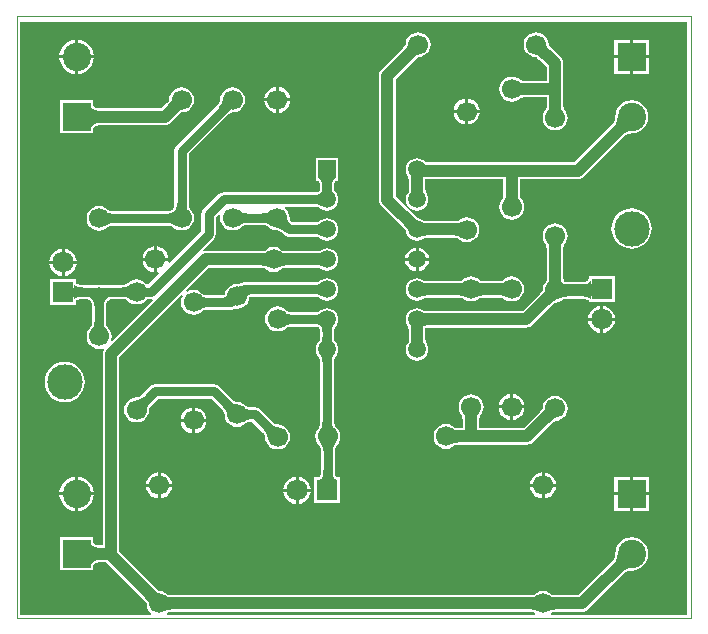
<source format=gtl>
G04 Layer_Physical_Order=1*
G04 Layer_Color=255*
%FSLAX44Y44*%
%MOMM*%
G71*
G01*
G75*
%ADD10C,0.8000*%
%ADD11C,1.0000*%
%ADD12C,0.1000*%
%ADD13C,3.0000*%
%ADD14C,1.8000*%
%ADD15R,1.8000X1.8000*%
%ADD16R,1.8000X1.8000*%
%ADD17C,1.7000*%
%ADD18R,2.4000X2.4000*%
%ADD19C,2.4000*%
%ADD20R,1.5000X1.5000*%
%ADD21C,1.5000*%
G36*
X228920Y172500D02*
X228330Y172260D01*
X227810Y171861D01*
X227359Y171301D01*
X226977Y170581D01*
X226665Y169701D01*
X226422Y168661D01*
X226249Y167460D01*
X226145Y166101D01*
X226118Y164946D01*
X226122Y164672D01*
X226222Y163210D01*
X226310Y162570D01*
X226423Y161991D01*
X226560Y161472D01*
X226723Y161015D01*
X226910Y160618D01*
X227122Y160282D01*
X227360Y160006D01*
X216860D01*
X217097Y160282D01*
X217310Y160618D01*
X217498Y161015D01*
X217660Y161472D01*
X217798Y161991D01*
X217910Y162570D01*
X217997Y163210D01*
X218097Y164672D01*
X218102Y164946D01*
X218075Y166101D01*
X217971Y167460D01*
X217798Y168661D01*
X217555Y169701D01*
X217243Y170581D01*
X216861Y171301D01*
X216410Y171861D01*
X215889Y172260D01*
X215300Y172500D01*
X214641Y172581D01*
X229580D01*
X228920Y172500D01*
D02*
G37*
G36*
X216754Y149400D02*
X216479Y149637D01*
X216142Y149850D01*
X215745Y150037D01*
X215288Y150200D01*
X214769Y150337D01*
X214190Y150450D01*
X213550Y150538D01*
X212088Y150638D01*
X211266Y150650D01*
Y158650D01*
X212088Y158663D01*
X213550Y158763D01*
X214190Y158850D01*
X214769Y158962D01*
X215288Y159100D01*
X215745Y159263D01*
X216142Y159450D01*
X216479Y159663D01*
X216754Y159900D01*
Y149400D01*
D02*
G37*
G36*
X527050Y-196850D02*
X412074D01*
X411643Y-195580D01*
X412479Y-194939D01*
X412514Y-194893D01*
X412595Y-194863D01*
X412902Y-194782D01*
X413270Y-194712D01*
X415933Y-194510D01*
X437950D01*
X439777Y-194270D01*
X441480Y-193564D01*
X442942Y-192442D01*
X472702Y-162683D01*
X472969Y-162431D01*
X473759Y-161768D01*
X474543Y-161195D01*
X475319Y-160708D01*
X476086Y-160305D01*
X476846Y-159983D01*
X477599Y-159738D01*
X478350Y-159567D01*
X479102Y-159468D01*
X479494Y-159454D01*
X480000Y-159521D01*
X483655Y-159040D01*
X487060Y-157629D01*
X489985Y-155385D01*
X492229Y-152460D01*
X493640Y-149055D01*
X494121Y-145400D01*
X493640Y-141745D01*
X492229Y-138340D01*
X489985Y-135415D01*
X487060Y-133171D01*
X483655Y-131760D01*
X480000Y-131279D01*
X476345Y-131760D01*
X472940Y-133171D01*
X470015Y-135415D01*
X467771Y-138340D01*
X466360Y-141745D01*
X465879Y-145400D01*
X465946Y-145906D01*
X465932Y-146298D01*
X465833Y-147050D01*
X465662Y-147801D01*
X465417Y-148554D01*
X465095Y-149314D01*
X464692Y-150081D01*
X464205Y-150857D01*
X463631Y-151641D01*
X462969Y-152431D01*
X462717Y-152698D01*
X435025Y-180390D01*
X415966D01*
X415234Y-180374D01*
X413847Y-180269D01*
X413329Y-180199D01*
X412902Y-180118D01*
X412595Y-180037D01*
X412514Y-180007D01*
X412479Y-179961D01*
X410285Y-178278D01*
X407731Y-177220D01*
X404990Y-176859D01*
X402249Y-177220D01*
X399695Y-178278D01*
X397501Y-179961D01*
X397466Y-180007D01*
X397385Y-180037D01*
X397078Y-180118D01*
X396651Y-180199D01*
X396133Y-180269D01*
X394745Y-180374D01*
X394014Y-180390D01*
X90846D01*
X90114Y-180374D01*
X88727Y-180269D01*
X88209Y-180199D01*
X87782Y-180118D01*
X87475Y-180037D01*
X87394Y-180007D01*
X87359Y-179961D01*
X85165Y-178278D01*
X82611Y-177220D01*
X79870Y-176859D01*
X79812Y-176867D01*
X79734Y-176831D01*
X79460Y-176671D01*
X79150Y-176460D01*
X77125Y-174720D01*
X46290Y-143885D01*
Y20916D01*
X98889Y73514D01*
X99908Y72785D01*
X98850Y70231D01*
X98489Y67490D01*
X98850Y64749D01*
X99908Y62195D01*
X101591Y60001D01*
X103785Y58318D01*
X106339Y57260D01*
X109080Y56899D01*
X111821Y57260D01*
X114375Y58318D01*
X116569Y60001D01*
X116750Y60237D01*
X116841Y60320D01*
X117121Y60520D01*
X117458Y60710D01*
X117858Y60888D01*
X118325Y61048D01*
X118860Y61186D01*
X119437Y61293D01*
X120265Y61372D01*
X140830D01*
X143171Y61838D01*
X143799Y62257D01*
X145910Y61979D01*
X148651Y62340D01*
X151205Y63398D01*
X153399Y65081D01*
X155082Y67275D01*
X156140Y69829D01*
X156435Y72070D01*
X156720Y72164D01*
X157136Y72255D01*
X157900Y72333D01*
X212981D01*
X213342Y72308D01*
X213857Y72237D01*
X214313Y72149D01*
X214684Y72050D01*
X214967Y71950D01*
X215158Y71859D01*
X215225Y71818D01*
X215334Y71675D01*
X217319Y70152D01*
X219630Y69195D01*
X222110Y68868D01*
X224590Y69195D01*
X226901Y70152D01*
X228885Y71675D01*
X230408Y73659D01*
X231366Y75970D01*
X231692Y78450D01*
X231366Y80930D01*
X230408Y83241D01*
X228885Y85225D01*
X226901Y86748D01*
X224590Y87705D01*
X222110Y88032D01*
X219630Y87705D01*
X217319Y86748D01*
X215334Y85225D01*
X215225Y85082D01*
X215158Y85040D01*
X214967Y84950D01*
X214684Y84850D01*
X214313Y84751D01*
X213857Y84663D01*
X213342Y84592D01*
X212981Y84567D01*
X151790D01*
X149449Y84102D01*
X147973Y83116D01*
X147174Y82994D01*
X145910Y83161D01*
X143169Y82800D01*
X140615Y81742D01*
X138421Y80059D01*
X136738Y77865D01*
X135680Y75311D01*
X135545Y74283D01*
X135509Y74206D01*
X135470Y74051D01*
X135421Y74014D01*
X135236Y73917D01*
X134918Y73802D01*
X134466Y73693D01*
X133898Y73608D01*
X120064D01*
X119464Y73682D01*
X118860Y73794D01*
X118325Y73932D01*
X117858Y74092D01*
X117458Y74270D01*
X117121Y74460D01*
X116841Y74660D01*
X116750Y74743D01*
X116569Y74979D01*
X114375Y76662D01*
X111821Y77720D01*
X109080Y78081D01*
X106339Y77720D01*
X103785Y76662D01*
X103056Y77681D01*
X122164Y96790D01*
X165884D01*
X166616Y96774D01*
X168003Y96669D01*
X168521Y96599D01*
X168948Y96518D01*
X169255Y96437D01*
X169336Y96407D01*
X169371Y96361D01*
X171565Y94678D01*
X174119Y93620D01*
X176860Y93259D01*
X179601Y93620D01*
X182155Y94678D01*
X184349Y96361D01*
X184384Y96407D01*
X184465Y96437D01*
X184772Y96518D01*
X185140Y96588D01*
X187803Y96790D01*
X213653D01*
X215345Y96750D01*
X215803Y96715D01*
X217319Y95552D01*
X219630Y94595D01*
X222110Y94268D01*
X224590Y94595D01*
X226901Y95552D01*
X228885Y97075D01*
X230408Y99059D01*
X231366Y101370D01*
X231692Y103850D01*
X231366Y106330D01*
X230408Y108641D01*
X228885Y110625D01*
X226901Y112148D01*
X224590Y113105D01*
X222110Y113432D01*
X219630Y113105D01*
X217319Y112148D01*
X215953Y111100D01*
X212368Y110910D01*
X187836D01*
X187104Y110926D01*
X185717Y111031D01*
X185199Y111101D01*
X184772Y111182D01*
X184465Y111263D01*
X184384Y111293D01*
X184349Y111339D01*
X182155Y113022D01*
X179601Y114080D01*
X176860Y114441D01*
X174119Y114080D01*
X171565Y113022D01*
X169371Y111339D01*
X169336Y111293D01*
X169255Y111263D01*
X168948Y111182D01*
X168580Y111112D01*
X165917Y110910D01*
X119240D01*
X117464Y110677D01*
X117359Y110762D01*
X116770Y111778D01*
X126106Y121114D01*
X127432Y123099D01*
X127898Y125440D01*
Y139416D01*
X130482Y142001D01*
X131765Y141679D01*
X131857Y141579D01*
X131509Y138940D01*
X131870Y136199D01*
X132928Y133645D01*
X134611Y131451D01*
X136805Y129768D01*
X139359Y128710D01*
X142100Y128349D01*
X144841Y128710D01*
X147395Y129768D01*
X149589Y131451D01*
X149770Y131687D01*
X149861Y131770D01*
X150141Y131970D01*
X150478Y132160D01*
X150878Y132338D01*
X151345Y132498D01*
X151880Y132636D01*
X152457Y132743D01*
X153285Y132823D01*
X169016D01*
X169616Y132748D01*
X170220Y132636D01*
X170755Y132498D01*
X171222Y132338D01*
X171622Y132160D01*
X171959Y131970D01*
X172239Y131770D01*
X172330Y131687D01*
X172511Y131451D01*
X174705Y129768D01*
X177259Y128710D01*
X180000Y128349D01*
X180295Y128388D01*
X180418Y128382D01*
X180757Y128326D01*
X181130Y128222D01*
X181538Y128065D01*
X181982Y127848D01*
X182458Y127567D01*
X182941Y127235D01*
X183584Y126705D01*
X185364Y124924D01*
X187349Y123598D01*
X189690Y123132D01*
X212981D01*
X213342Y123108D01*
X213857Y123037D01*
X214313Y122949D01*
X214684Y122850D01*
X214967Y122750D01*
X215158Y122660D01*
X215225Y122618D01*
X215334Y122475D01*
X217319Y120952D01*
X219630Y119995D01*
X222110Y119668D01*
X224590Y119995D01*
X226901Y120952D01*
X228885Y122475D01*
X230408Y124459D01*
X231366Y126770D01*
X231692Y129250D01*
X231366Y131730D01*
X230408Y134041D01*
X228885Y136025D01*
X226901Y137548D01*
X224590Y138505D01*
X222110Y138832D01*
X219630Y138505D01*
X217319Y137548D01*
X215334Y136025D01*
X215225Y135882D01*
X215158Y135840D01*
X214967Y135750D01*
X214684Y135650D01*
X214313Y135551D01*
X213857Y135463D01*
X213342Y135392D01*
X212981Y135367D01*
X192224D01*
X192092Y135499D01*
X191721Y135975D01*
X191373Y136482D01*
X191092Y136959D01*
X190875Y137402D01*
X190718Y137810D01*
X190614Y138183D01*
X190558Y138522D01*
X190552Y138645D01*
X190591Y138940D01*
X190230Y141681D01*
X189172Y144235D01*
X187489Y146429D01*
X186402Y147262D01*
X186833Y148532D01*
X212981D01*
X213342Y148508D01*
X213857Y148437D01*
X214313Y148349D01*
X214684Y148250D01*
X214967Y148150D01*
X215158Y148060D01*
X215225Y148018D01*
X215334Y147875D01*
X217319Y146352D01*
X219630Y145395D01*
X222110Y145068D01*
X224590Y145395D01*
X226901Y146352D01*
X228885Y147875D01*
X230408Y149859D01*
X231366Y152170D01*
X231692Y154650D01*
X231366Y157130D01*
X230408Y159441D01*
X228885Y161425D01*
X228742Y161535D01*
X228700Y161602D01*
X228610Y161793D01*
X228510Y162076D01*
X228411Y162447D01*
X228323Y162903D01*
X228252Y163418D01*
X228228Y163779D01*
Y166593D01*
X228277Y167237D01*
X228428Y168282D01*
X228625Y169126D01*
X228849Y169758D01*
X229069Y170173D01*
X229246Y170392D01*
X229354Y170476D01*
X229436Y170509D01*
X229774Y170550D01*
X231610D01*
Y172537D01*
X231619Y172581D01*
X231610Y172624D01*
Y189550D01*
X212610D01*
Y172624D01*
X212601Y172581D01*
X212610Y172537D01*
Y170550D01*
X214445D01*
X214783Y170509D01*
X214865Y170476D01*
X214974Y170392D01*
X215151Y170173D01*
X215371Y169758D01*
X215595Y169126D01*
X215792Y168282D01*
X215943Y167237D01*
X215993Y166593D01*
Y163779D01*
X215968Y163418D01*
X215897Y162903D01*
X215809Y162447D01*
X215710Y162076D01*
X215610Y161793D01*
X215520Y161602D01*
X215478Y161535D01*
X215334Y161425D01*
X215225Y161282D01*
X215158Y161240D01*
X214967Y161150D01*
X214684Y161050D01*
X214313Y160951D01*
X213857Y160863D01*
X213342Y160792D01*
X212981Y160767D01*
X134480D01*
X132139Y160302D01*
X130154Y158976D01*
X117454Y146276D01*
X116128Y144291D01*
X115662Y141950D01*
Y127974D01*
X88933Y101245D01*
X87730Y101838D01*
X87828Y102580D01*
X78130D01*
Y92882D01*
X78872Y92980D01*
X79465Y91777D01*
X70493Y82805D01*
X69072Y82874D01*
X68309Y83869D01*
X66115Y85552D01*
X63561Y86610D01*
X60820Y86971D01*
X58079Y86610D01*
X55525Y85552D01*
X53331Y83869D01*
X53150Y83633D01*
X53059Y83550D01*
X52779Y83350D01*
X52442Y83160D01*
X52042Y82982D01*
X51575Y82822D01*
X51040Y82684D01*
X50464Y82577D01*
X49634Y82498D01*
X13687D01*
X12925Y82564D01*
X11896Y82735D01*
X11071Y82956D01*
X10457Y83207D01*
X10049Y83456D01*
X9813Y83674D01*
X9687Y83862D01*
X9612Y84074D01*
X9590Y84281D01*
Y86910D01*
X-12410D01*
Y64910D01*
X9590D01*
Y68479D01*
X9612Y68686D01*
X9687Y68898D01*
X9813Y69086D01*
X10049Y69304D01*
X10458Y69553D01*
X11071Y69804D01*
X11896Y70025D01*
X12925Y70195D01*
X13687Y70262D01*
X18402D01*
X19448Y70078D01*
X20338Y69781D01*
X21051Y69398D01*
X21621Y68931D01*
X22088Y68361D01*
X22471Y67648D01*
X22768Y66758D01*
X22952Y65712D01*
Y49594D01*
X22878Y48994D01*
X22766Y48390D01*
X22628Y47855D01*
X22468Y47388D01*
X22290Y46988D01*
X22100Y46651D01*
X21900Y46371D01*
X21817Y46280D01*
X21581Y46099D01*
X19898Y43905D01*
X18840Y41351D01*
X18479Y38610D01*
X18840Y35869D01*
X19898Y33315D01*
X21581Y31121D01*
X23775Y29438D01*
X26329Y28380D01*
X29070Y28019D01*
X31811Y28380D01*
X32513Y28671D01*
X33313Y27628D01*
X33115Y27370D01*
X32410Y25667D01*
X32170Y23840D01*
Y-137623D01*
X30900Y-138332D01*
X30180Y-138313D01*
X28615Y-138175D01*
X27286Y-137955D01*
X26202Y-137664D01*
X25368Y-137324D01*
X24779Y-136965D01*
X24403Y-136617D01*
X24177Y-136279D01*
X24042Y-135897D01*
X24000Y-135499D01*
Y-131400D01*
X-4000D01*
Y-159400D01*
X24000D01*
Y-155301D01*
X24042Y-154903D01*
X24177Y-154521D01*
X24403Y-154183D01*
X24779Y-153835D01*
X25368Y-153476D01*
X26202Y-153136D01*
X27286Y-152845D01*
X28615Y-152625D01*
X30180Y-152487D01*
X31188Y-152460D01*
X34896D01*
X67116Y-184681D01*
X67622Y-185209D01*
X68530Y-186265D01*
X68846Y-186681D01*
X69091Y-187040D01*
X69251Y-187314D01*
X69287Y-187393D01*
X69279Y-187450D01*
X69640Y-190191D01*
X70698Y-192745D01*
X72381Y-194939D01*
X73217Y-195580D01*
X72786Y-196850D01*
X-38100D01*
Y304800D01*
X527050D01*
Y-196850D01*
D02*
G37*
G36*
X173930Y132990D02*
X173520Y133361D01*
X173057Y133692D01*
X172539Y133984D01*
X171968Y134238D01*
X171342Y134452D01*
X170662Y134628D01*
X169927Y134764D01*
X169139Y134862D01*
X168297Y134921D01*
X167400Y134940D01*
Y142940D01*
X168297Y142959D01*
X169927Y143116D01*
X170662Y143252D01*
X171342Y143427D01*
X171968Y143642D01*
X172539Y143896D01*
X173057Y144188D01*
X173520Y144520D01*
X173930Y144890D01*
Y132990D01*
D02*
G37*
G36*
X148580Y144520D02*
X149043Y144188D01*
X149561Y143896D01*
X150132Y143642D01*
X150758Y143427D01*
X151438Y143252D01*
X152173Y143116D01*
X152961Y143018D01*
X153803Y142959D01*
X154700Y142940D01*
Y134940D01*
X153803Y134921D01*
X152173Y134764D01*
X151438Y134628D01*
X150758Y134452D01*
X150132Y134238D01*
X149561Y133984D01*
X149043Y133692D01*
X148580Y133361D01*
X148170Y132990D01*
Y144890D01*
X148580Y144520D01*
D02*
G37*
G36*
X188527Y138304D02*
X188620Y137741D01*
X188780Y137169D01*
X189005Y136585D01*
X189296Y135991D01*
X189652Y135386D01*
X190075Y134770D01*
X190563Y134144D01*
X191118Y133507D01*
X191738Y132859D01*
X186081Y127202D01*
X185433Y127822D01*
X184170Y128865D01*
X183554Y129288D01*
X182949Y129644D01*
X182355Y129935D01*
X181771Y130160D01*
X181199Y130320D01*
X180636Y130413D01*
X180085Y130440D01*
X188500Y138855D01*
X188527Y138304D01*
D02*
G37*
G36*
X216754Y124000D02*
X216479Y124237D01*
X216142Y124450D01*
X215745Y124637D01*
X215288Y124800D01*
X214769Y124937D01*
X214190Y125050D01*
X213550Y125138D01*
X212088Y125238D01*
X211266Y125250D01*
Y133250D01*
X212088Y133263D01*
X213550Y133363D01*
X214190Y133450D01*
X214769Y133562D01*
X215288Y133700D01*
X215745Y133862D01*
X216142Y134050D01*
X216479Y134263D01*
X216754Y134500D01*
Y124000D01*
D02*
G37*
G36*
Y98600D02*
X216663Y98647D01*
X216486Y98690D01*
X216225Y98728D01*
X215448Y98787D01*
X212875Y98848D01*
X212020Y98850D01*
Y108850D01*
X216754Y109100D01*
Y98600D01*
D02*
G37*
G36*
X183157Y109620D02*
X183464Y109458D01*
X183853Y109316D01*
X184322Y109192D01*
X184872Y109087D01*
X185502Y109002D01*
X187006Y108888D01*
X188834Y108850D01*
Y98850D01*
X187880Y98841D01*
X184872Y98612D01*
X184322Y98508D01*
X183853Y98385D01*
X183464Y98242D01*
X183157Y98081D01*
X182930Y97900D01*
Y109800D01*
X183157Y109620D01*
D02*
G37*
G36*
X170790Y97900D02*
X170563Y98081D01*
X170256Y98242D01*
X169867Y98385D01*
X169398Y98508D01*
X168848Y98612D01*
X168218Y98698D01*
X166714Y98812D01*
X164886Y98850D01*
Y108850D01*
X165840Y108860D01*
X168848Y109087D01*
X169398Y109192D01*
X169867Y109316D01*
X170256Y109458D01*
X170563Y109620D01*
X170790Y109800D01*
Y97900D01*
D02*
G37*
G36*
X216754Y73200D02*
X216479Y73438D01*
X216142Y73650D01*
X215745Y73837D01*
X215288Y74000D01*
X214769Y74138D01*
X214190Y74250D01*
X213550Y74338D01*
X212088Y74437D01*
X211266Y74450D01*
Y82450D01*
X212088Y82463D01*
X213550Y82563D01*
X214190Y82650D01*
X214769Y82762D01*
X215288Y82900D01*
X215745Y83062D01*
X216142Y83250D01*
X216479Y83462D01*
X216754Y83700D01*
Y73200D01*
D02*
G37*
G36*
X159299Y74450D02*
X158375Y74430D01*
X156815Y74272D01*
X156181Y74134D01*
X155643Y73956D01*
X155203Y73738D01*
X154859Y73481D01*
X154612Y73184D01*
X154462Y72848D01*
X154409Y72473D01*
X147315Y80953D01*
X157148Y82450D01*
X159299Y74450D01*
D02*
G37*
G36*
X54750Y70430D02*
X54340Y70800D01*
X53877Y71132D01*
X53359Y71424D01*
X52787Y71678D01*
X52162Y71892D01*
X51482Y72068D01*
X50747Y72204D01*
X49959Y72302D01*
X49117Y72361D01*
X48220Y72380D01*
Y80380D01*
X49117Y80400D01*
X50747Y80555D01*
X51482Y80692D01*
X52162Y80868D01*
X52787Y81082D01*
X53359Y81335D01*
X53877Y81628D01*
X54340Y81959D01*
X54750Y82330D01*
Y70430D01*
D02*
G37*
G36*
X7609Y83620D02*
X7850Y82940D01*
X8252Y82340D01*
X8814Y81820D01*
X9537Y81380D01*
X10420Y81020D01*
X11464Y80740D01*
X12668Y80540D01*
X14034Y80420D01*
X15560Y80380D01*
Y72380D01*
X14034Y72340D01*
X12668Y72220D01*
X11464Y72020D01*
X10420Y71740D01*
X9537Y71380D01*
X8814Y70940D01*
X8252Y70420D01*
X7850Y69820D01*
X7609Y69140D01*
X7529Y68380D01*
Y84380D01*
X7609Y83620D01*
D02*
G37*
G36*
X74783Y69378D02*
X40250Y34845D01*
X39174Y35565D01*
X39300Y35869D01*
X39661Y38610D01*
X39300Y41351D01*
X38242Y43905D01*
X36559Y46099D01*
X36323Y46280D01*
X36240Y46371D01*
X36040Y46651D01*
X35850Y46988D01*
X35672Y47388D01*
X35512Y47855D01*
X35374Y48390D01*
X35267Y48966D01*
X35187Y49795D01*
Y65712D01*
X35372Y66758D01*
X35669Y67648D01*
X36052Y68361D01*
X36519Y68931D01*
X37090Y69398D01*
X37802Y69781D01*
X38692Y70078D01*
X39738Y70262D01*
X49836D01*
X50436Y70188D01*
X51040Y70076D01*
X51575Y69938D01*
X52042Y69778D01*
X52442Y69600D01*
X52779Y69410D01*
X53059Y69210D01*
X53150Y69127D01*
X53331Y68891D01*
X55525Y67208D01*
X58079Y66150D01*
X60820Y65789D01*
X63561Y66150D01*
X66115Y67208D01*
X68309Y68891D01*
X69361Y70262D01*
X72720D01*
X74157Y70548D01*
X74783Y69378D01*
D02*
G37*
G36*
X41070Y72380D02*
X39550Y72300D01*
X38190Y72060D01*
X36990Y71660D01*
X35950Y71100D01*
X35070Y70380D01*
X34350Y69500D01*
X33790Y68460D01*
X33390Y67260D01*
X33150Y65900D01*
X33070Y64380D01*
X25070D01*
X24990Y65900D01*
X24750Y67260D01*
X24350Y68460D01*
X23790Y69500D01*
X23070Y70380D01*
X22190Y71100D01*
X21150Y71660D01*
X19950Y72060D01*
X18590Y72300D01*
X17070Y72380D01*
X29070Y80380D01*
X41070Y72380D01*
D02*
G37*
G36*
X143861Y64321D02*
X133995Y63490D01*
X132379Y71490D01*
X133295Y71512D01*
X134121Y71579D01*
X134858Y71690D01*
X135503Y71846D01*
X136059Y72046D01*
X136525Y72290D01*
X136901Y72579D01*
X137186Y72913D01*
X137382Y73290D01*
X137487Y73713D01*
X143861Y64321D01*
D02*
G37*
G36*
X115560Y73070D02*
X116023Y72738D01*
X116541Y72446D01*
X117112Y72192D01*
X117738Y71978D01*
X118418Y71802D01*
X119153Y71666D01*
X119941Y71568D01*
X120783Y71509D01*
X121680Y71490D01*
Y63490D01*
X120783Y63471D01*
X119153Y63314D01*
X118418Y63178D01*
X117738Y63003D01*
X117112Y62788D01*
X116541Y62534D01*
X116023Y62242D01*
X115560Y61911D01*
X115150Y61540D01*
Y73440D01*
X115560Y73070D01*
D02*
G37*
G36*
X33089Y50313D02*
X33245Y48683D01*
X33382Y47948D01*
X33558Y47268D01*
X33772Y46642D01*
X34025Y46071D01*
X34318Y45553D01*
X34650Y45090D01*
X35020Y44680D01*
X23120D01*
X23491Y45090D01*
X23822Y45553D01*
X24114Y46071D01*
X24368Y46642D01*
X24583Y47268D01*
X24758Y47948D01*
X24894Y48683D01*
X24992Y49471D01*
X25050Y50313D01*
X25070Y51210D01*
X33070D01*
X33089Y50313D01*
D02*
G37*
G36*
X22039Y-136350D02*
X22340Y-137200D01*
X22842Y-137950D01*
X23544Y-138600D01*
X24447Y-139150D01*
X25550Y-139600D01*
X26854Y-139950D01*
X28359Y-140200D01*
X30064Y-140350D01*
X31969Y-140400D01*
Y-150400D01*
X30064Y-150450D01*
X28359Y-150600D01*
X26854Y-150850D01*
X25550Y-151200D01*
X24447Y-151650D01*
X23544Y-152200D01*
X22842Y-152850D01*
X22340Y-153600D01*
X22039Y-154450D01*
X21939Y-155400D01*
Y-135400D01*
X22039Y-136350D01*
D02*
G37*
G36*
X479880Y-157399D02*
X478932Y-157434D01*
X477991Y-157558D01*
X477057Y-157770D01*
X476131Y-158071D01*
X475212Y-158461D01*
X474301Y-158939D01*
X473397Y-159506D01*
X472501Y-160162D01*
X471612Y-160907D01*
X470731Y-161740D01*
X463660Y-154669D01*
X464493Y-153788D01*
X465238Y-152899D01*
X465894Y-152003D01*
X466461Y-151099D01*
X466939Y-150188D01*
X467329Y-149269D01*
X467630Y-148343D01*
X467842Y-147409D01*
X467966Y-146468D01*
X468001Y-145520D01*
X479880Y-157399D01*
D02*
G37*
G36*
X75620Y-176116D02*
X77908Y-178081D01*
X78371Y-178396D01*
X78790Y-178641D01*
X79166Y-178815D01*
X79497Y-178918D01*
X79785Y-178950D01*
X71370Y-187365D01*
X71338Y-187077D01*
X71235Y-186745D01*
X71061Y-186370D01*
X70816Y-185951D01*
X70501Y-185488D01*
X70116Y-184982D01*
X69133Y-183838D01*
X67868Y-182519D01*
X74939Y-175448D01*
X75620Y-176116D01*
D02*
G37*
G36*
X411287Y-181681D02*
X411594Y-181842D01*
X411983Y-181985D01*
X412452Y-182108D01*
X413002Y-182213D01*
X413633Y-182298D01*
X415136Y-182412D01*
X416964Y-182450D01*
Y-192450D01*
X416010Y-192460D01*
X413002Y-192687D01*
X412452Y-192792D01*
X411983Y-192915D01*
X411594Y-193058D01*
X411287Y-193220D01*
X411060Y-193400D01*
X404990Y-187450D01*
X411060Y-181500D01*
X411287Y-181681D01*
D02*
G37*
G36*
X404990Y-187450D02*
X398920Y-193400D01*
X398693Y-193220D01*
X398386Y-193058D01*
X397997Y-192915D01*
X397528Y-192792D01*
X396978Y-192687D01*
X393970Y-192460D01*
X393016Y-192450D01*
Y-182450D01*
X394843Y-182412D01*
X396348Y-182298D01*
X396978Y-182213D01*
X397528Y-182108D01*
X397997Y-181985D01*
X398386Y-181842D01*
X398693Y-181681D01*
X398920Y-181500D01*
X404990Y-187450D01*
D02*
G37*
G36*
X86167Y-181681D02*
X86474Y-181842D01*
X86863Y-181985D01*
X87332Y-182108D01*
X87882Y-182213D01*
X88512Y-182298D01*
X90016Y-182412D01*
X91844Y-182450D01*
Y-192450D01*
X90890Y-192460D01*
X87882Y-192687D01*
X87332Y-192792D01*
X86863Y-192915D01*
X86474Y-193058D01*
X86167Y-193220D01*
X85940Y-193400D01*
Y-181500D01*
X86167Y-181681D01*
D02*
G37*
G36*
X396710Y-194712D02*
X397078Y-194782D01*
X397385Y-194863D01*
X397466Y-194893D01*
X397501Y-194939D01*
X398337Y-195580D01*
X397906Y-196850D01*
X86954D01*
X86523Y-195580D01*
X87359Y-194939D01*
X87394Y-194893D01*
X87475Y-194863D01*
X87782Y-194782D01*
X88150Y-194712D01*
X90813Y-194510D01*
X394047D01*
X396710Y-194712D01*
D02*
G37*
%LPC*%
G36*
X11270Y289898D02*
Y276670D01*
X24498D01*
X24166Y279196D01*
X22701Y282733D01*
X20370Y285770D01*
X17333Y288101D01*
X13796Y289566D01*
X11270Y289898D01*
D02*
G37*
G36*
X8730Y289898D02*
X6204Y289566D01*
X2667Y288101D01*
X-370Y285770D01*
X-2701Y282733D01*
X-4166Y279196D01*
X-4498Y276670D01*
X8730D01*
Y289898D01*
D02*
G37*
G36*
X494540Y289940D02*
X481270D01*
Y276670D01*
X494540D01*
Y289940D01*
D02*
G37*
G36*
X478730D02*
X465460D01*
Y276670D01*
X478730D01*
Y289940D01*
D02*
G37*
G36*
X299250Y296341D02*
X296509Y295980D01*
X293955Y294922D01*
X291761Y293239D01*
X290078Y291045D01*
X289020Y288491D01*
X288659Y285750D01*
X288667Y285693D01*
X288631Y285614D01*
X288471Y285340D01*
X288260Y285030D01*
X286520Y283005D01*
X268058Y264542D01*
X266936Y263080D01*
X266230Y261377D01*
X265990Y259550D01*
Y154510D01*
X266230Y152683D01*
X266936Y150980D01*
X268058Y149518D01*
X287337Y130238D01*
X288507Y129013D01*
X288805Y128664D01*
X289055Y126770D01*
X290012Y124459D01*
X291535Y122475D01*
X293519Y120952D01*
X295830Y119995D01*
X298310Y119668D01*
X300790Y119995D01*
X303101Y120952D01*
X304467Y122000D01*
X308052Y122190D01*
X329204D01*
X329981Y122173D01*
X331362Y122062D01*
X331874Y121989D01*
X332297Y121905D01*
X332599Y121821D01*
X332724Y121773D01*
X332871Y121581D01*
X335065Y119898D01*
X337619Y118840D01*
X340360Y118479D01*
X343101Y118840D01*
X345655Y119898D01*
X347849Y121581D01*
X349532Y123775D01*
X350590Y126329D01*
X350951Y129070D01*
X350590Y131811D01*
X349532Y134365D01*
X347849Y136559D01*
X345655Y138242D01*
X343101Y139300D01*
X340360Y139661D01*
X337619Y139300D01*
X335065Y138242D01*
X333041Y136688D01*
X332918Y136646D01*
X332606Y136568D01*
X332230Y136501D01*
X329574Y136310D01*
X306767D01*
X305075Y136350D01*
X304617Y136385D01*
X303101Y137548D01*
X300790Y138505D01*
X299082Y138730D01*
X296414Y141131D01*
X280110Y157435D01*
Y256625D01*
X296481Y272996D01*
X297009Y273503D01*
X298065Y274410D01*
X298480Y274726D01*
X298840Y274971D01*
X299114Y275131D01*
X299193Y275167D01*
X299250Y275159D01*
X301991Y275520D01*
X304545Y276578D01*
X306739Y278261D01*
X308422Y280455D01*
X309480Y283009D01*
X309841Y285750D01*
X309480Y288491D01*
X308422Y291045D01*
X306739Y293239D01*
X304545Y294922D01*
X301991Y295980D01*
X299250Y296341D01*
D02*
G37*
G36*
X8730Y274130D02*
X-4498D01*
X-4166Y271604D01*
X-2701Y268067D01*
X-370Y265030D01*
X2667Y262699D01*
X6204Y261234D01*
X8730Y260902D01*
Y274130D01*
D02*
G37*
G36*
X24498D02*
X11270D01*
Y260902D01*
X13796Y261234D01*
X17333Y262699D01*
X20370Y265030D01*
X22701Y268067D01*
X24166Y271604D01*
X24498Y274130D01*
D02*
G37*
G36*
X494540Y274130D02*
X481270D01*
Y260860D01*
X494540D01*
Y274130D01*
D02*
G37*
G36*
X478730D02*
X465460D01*
Y260860D01*
X478730D01*
Y274130D01*
D02*
G37*
G36*
X399250Y296341D02*
X396509Y295980D01*
X393955Y294922D01*
X391761Y293239D01*
X390078Y291045D01*
X389020Y288491D01*
X388659Y285750D01*
X389020Y283009D01*
X390078Y280455D01*
X391761Y278261D01*
X393955Y276578D01*
X396509Y275520D01*
X399250Y275159D01*
X399308Y275167D01*
X399386Y275131D01*
X399660Y274971D01*
X399970Y274760D01*
X401995Y273020D01*
X408090Y266926D01*
Y255180D01*
X389437D01*
X388704Y255196D01*
X387317Y255301D01*
X386799Y255371D01*
X386372Y255452D01*
X386065Y255533D01*
X385984Y255563D01*
X385949Y255609D01*
X383755Y257292D01*
X381201Y258350D01*
X378460Y258711D01*
X375719Y258350D01*
X373165Y257292D01*
X370971Y255609D01*
X369288Y253415D01*
X368230Y250861D01*
X367869Y248120D01*
X368230Y245379D01*
X369288Y242825D01*
X370971Y240631D01*
X373165Y238948D01*
X375719Y237890D01*
X378460Y237529D01*
X381201Y237890D01*
X383755Y238948D01*
X385949Y240631D01*
X385984Y240677D01*
X386065Y240707D01*
X386372Y240788D01*
X386740Y240858D01*
X389403Y241060D01*
X408090D01*
Y234676D01*
X408074Y233944D01*
X407969Y232557D01*
X407899Y232039D01*
X407818Y231612D01*
X407737Y231305D01*
X407707Y231224D01*
X407661Y231189D01*
X405978Y228995D01*
X404920Y226441D01*
X404559Y223700D01*
X404920Y220959D01*
X405978Y218405D01*
X407661Y216211D01*
X409855Y214528D01*
X412409Y213470D01*
X415150Y213109D01*
X417891Y213470D01*
X420445Y214528D01*
X422639Y216211D01*
X424322Y218405D01*
X425380Y220959D01*
X425741Y223700D01*
X425380Y226441D01*
X424322Y228995D01*
X422639Y231189D01*
X422593Y231224D01*
X422563Y231305D01*
X422482Y231612D01*
X422412Y231980D01*
X422210Y234643D01*
Y247650D01*
Y269850D01*
X421970Y271677D01*
X421264Y273380D01*
X420142Y274842D01*
X412004Y282981D01*
X411497Y283509D01*
X410590Y284565D01*
X410274Y284981D01*
X410029Y285340D01*
X409869Y285614D01*
X409833Y285693D01*
X409841Y285750D01*
X409480Y288491D01*
X408422Y291045D01*
X406739Y293239D01*
X404545Y294922D01*
X401991Y295980D01*
X399250Y296341D01*
D02*
G37*
G36*
X181270Y249908D02*
Y240210D01*
X190968D01*
X190756Y241822D01*
X189643Y244508D01*
X187874Y246814D01*
X185568Y248583D01*
X182882Y249696D01*
X181270Y249908D01*
D02*
G37*
G36*
X178730Y249908D02*
X177118Y249696D01*
X174432Y248583D01*
X172126Y246814D01*
X170357Y244508D01*
X169244Y241822D01*
X169032Y240210D01*
X178730D01*
Y249908D01*
D02*
G37*
G36*
X98920Y249531D02*
X96179Y249170D01*
X93625Y248112D01*
X91431Y246429D01*
X89748Y244235D01*
X88690Y241681D01*
X88329Y238940D01*
X88337Y238883D01*
X88301Y238804D01*
X88141Y238530D01*
X87930Y238220D01*
X86190Y236195D01*
X81656Y231660D01*
X31188D01*
X30180Y231687D01*
X28615Y231824D01*
X27286Y232045D01*
X26202Y232336D01*
X25368Y232676D01*
X24779Y233035D01*
X24403Y233383D01*
X24177Y233721D01*
X24042Y234104D01*
X24000Y234501D01*
Y238600D01*
X-4000D01*
Y210600D01*
X24000D01*
Y214699D01*
X24042Y215096D01*
X24177Y215479D01*
X24403Y215817D01*
X24779Y216165D01*
X25368Y216524D01*
X26202Y216864D01*
X27286Y217155D01*
X28615Y217376D01*
X30180Y217513D01*
X31188Y217540D01*
X84580D01*
X86407Y217780D01*
X88110Y218486D01*
X89572Y219608D01*
X96151Y226186D01*
X96679Y226693D01*
X97735Y227600D01*
X98151Y227916D01*
X98510Y228161D01*
X98784Y228321D01*
X98862Y228357D01*
X98920Y228349D01*
X101661Y228710D01*
X104215Y229768D01*
X106409Y231451D01*
X108092Y233645D01*
X109150Y236199D01*
X109511Y238940D01*
X109150Y241681D01*
X108092Y244235D01*
X106409Y246429D01*
X104215Y248112D01*
X101661Y249170D01*
X98920Y249531D01*
D02*
G37*
G36*
X341630Y240038D02*
Y230340D01*
X351328D01*
X351116Y231952D01*
X350003Y234638D01*
X348234Y236944D01*
X345928Y238713D01*
X343242Y239826D01*
X341630Y240038D01*
D02*
G37*
G36*
X339090D02*
X337478Y239826D01*
X334792Y238713D01*
X332486Y236944D01*
X330717Y234638D01*
X329604Y231952D01*
X329392Y230340D01*
X339090D01*
Y240038D01*
D02*
G37*
G36*
X142100Y249531D02*
X139359Y249170D01*
X136805Y248112D01*
X134611Y246429D01*
X132928Y244235D01*
X131870Y241681D01*
X131509Y238940D01*
X131548Y238645D01*
X131542Y238522D01*
X131486Y238183D01*
X131382Y237810D01*
X131225Y237402D01*
X131008Y236959D01*
X130727Y236482D01*
X130395Y235999D01*
X129865Y235356D01*
X94594Y200086D01*
X93268Y198101D01*
X92802Y195760D01*
Y149924D01*
X92728Y149324D01*
X92616Y148720D01*
X92478Y148185D01*
X92318Y147718D01*
X92140Y147318D01*
X91950Y146981D01*
X91750Y146701D01*
X91667Y146610D01*
X91431Y146429D01*
X91148Y146059D01*
X90890Y145808D01*
X90624Y145604D01*
X90302Y145410D01*
X89917Y145230D01*
X89465Y145066D01*
X88942Y144923D01*
X88378Y144813D01*
X87525Y144727D01*
X40054D01*
X39454Y144802D01*
X38850Y144914D01*
X38315Y145052D01*
X37848Y145212D01*
X37448Y145390D01*
X37111Y145580D01*
X36831Y145780D01*
X36740Y145863D01*
X36559Y146099D01*
X34365Y147782D01*
X31811Y148840D01*
X29070Y149201D01*
X26329Y148840D01*
X23775Y147782D01*
X21581Y146099D01*
X19898Y143905D01*
X18840Y141351D01*
X18479Y138610D01*
X18840Y135869D01*
X19898Y133315D01*
X21581Y131121D01*
X23775Y129438D01*
X26329Y128380D01*
X29070Y128019D01*
X31811Y128380D01*
X34365Y129438D01*
X36559Y131121D01*
X36740Y131357D01*
X36831Y131440D01*
X37111Y131640D01*
X37448Y131830D01*
X37848Y132008D01*
X38315Y132168D01*
X38850Y132306D01*
X39427Y132413D01*
X40255Y132493D01*
X88164D01*
X88742Y132425D01*
X89358Y132317D01*
X89905Y132184D01*
X90385Y132029D01*
X90799Y131856D01*
X91150Y131671D01*
X91381Y131517D01*
X91431Y131451D01*
X93625Y129768D01*
X96179Y128710D01*
X98920Y128349D01*
X101661Y128710D01*
X104215Y129768D01*
X106409Y131451D01*
X108092Y133645D01*
X109150Y136199D01*
X109511Y138940D01*
X109150Y141681D01*
X108092Y144235D01*
X106409Y146429D01*
X106173Y146610D01*
X106090Y146701D01*
X105890Y146981D01*
X105700Y147318D01*
X105522Y147718D01*
X105362Y148185D01*
X105224Y148720D01*
X105117Y149297D01*
X105037Y150126D01*
Y193226D01*
X138659Y226847D01*
X139135Y227219D01*
X139642Y227567D01*
X140119Y227848D01*
X140562Y228065D01*
X140970Y228222D01*
X141343Y228326D01*
X141682Y228382D01*
X141805Y228388D01*
X142100Y228349D01*
X144841Y228710D01*
X147395Y229768D01*
X149589Y231451D01*
X151272Y233645D01*
X152330Y236199D01*
X152691Y238940D01*
X152330Y241681D01*
X151272Y244235D01*
X149589Y246429D01*
X147395Y248112D01*
X144841Y249170D01*
X142100Y249531D01*
D02*
G37*
G36*
X190968Y237670D02*
X181270D01*
Y227972D01*
X182882Y228184D01*
X185568Y229297D01*
X187874Y231066D01*
X189643Y233372D01*
X190756Y236058D01*
X190968Y237670D01*
D02*
G37*
G36*
X178730D02*
X169032D01*
X169244Y236058D01*
X170357Y233372D01*
X172126Y231066D01*
X174432Y229297D01*
X177118Y228184D01*
X178730Y227972D01*
Y237670D01*
D02*
G37*
G36*
X339090Y227800D02*
X329392D01*
X329604Y226188D01*
X330717Y223502D01*
X332486Y221196D01*
X334792Y219427D01*
X337478Y218314D01*
X339090Y218102D01*
Y227800D01*
D02*
G37*
G36*
X351328D02*
X341630D01*
Y218102D01*
X343242Y218314D01*
X345928Y219427D01*
X348234Y221196D01*
X350003Y223502D01*
X351116Y226188D01*
X351328Y227800D01*
D02*
G37*
G36*
X480000Y238721D02*
X476345Y238240D01*
X472940Y236829D01*
X470015Y234585D01*
X467771Y231660D01*
X466360Y228255D01*
X465879Y224600D01*
X465946Y224094D01*
X465932Y223702D01*
X465833Y222950D01*
X465662Y222199D01*
X465417Y221446D01*
X465095Y220686D01*
X464692Y219919D01*
X464205Y219143D01*
X463631Y218359D01*
X462969Y217569D01*
X462717Y217302D01*
X431545Y186130D01*
X307542D01*
X305876Y186224D01*
X305553Y186263D01*
X305512Y186270D01*
X305085Y186826D01*
X303101Y188348D01*
X300790Y189305D01*
X298310Y189632D01*
X295830Y189305D01*
X293519Y188348D01*
X291535Y186826D01*
X290012Y184841D01*
X289055Y182530D01*
X288728Y180050D01*
X289055Y177570D01*
X290012Y175259D01*
X291060Y173893D01*
X291250Y170308D01*
Y163107D01*
X291210Y161415D01*
X291175Y160957D01*
X290012Y159441D01*
X289055Y157130D01*
X288728Y154650D01*
X289055Y152170D01*
X290012Y149859D01*
X291535Y147875D01*
X293519Y146352D01*
X295830Y145395D01*
X298310Y145068D01*
X300790Y145395D01*
X303101Y146352D01*
X305085Y147875D01*
X306608Y149859D01*
X307565Y152170D01*
X307892Y154650D01*
X307565Y157130D01*
X306608Y159441D01*
X305560Y160807D01*
X305370Y164392D01*
Y171593D01*
X305380Y172010D01*
X371400D01*
Y159096D01*
X371384Y158364D01*
X371279Y156977D01*
X371209Y156459D01*
X371128Y156032D01*
X371047Y155725D01*
X371017Y155644D01*
X370971Y155609D01*
X369288Y153415D01*
X368230Y150861D01*
X367869Y148120D01*
X368230Y145379D01*
X369288Y142825D01*
X370971Y140631D01*
X373165Y138948D01*
X375719Y137890D01*
X378460Y137529D01*
X381201Y137890D01*
X383755Y138948D01*
X385949Y140631D01*
X387632Y142825D01*
X388690Y145379D01*
X389051Y148120D01*
X388690Y150861D01*
X387632Y153415D01*
X385949Y155609D01*
X385903Y155644D01*
X385873Y155725D01*
X385792Y156032D01*
X385722Y156400D01*
X385520Y159063D01*
Y172010D01*
X434470D01*
X436297Y172250D01*
X438000Y172955D01*
X439462Y174078D01*
X472702Y207317D01*
X472969Y207569D01*
X473759Y208232D01*
X474543Y208805D01*
X475319Y209292D01*
X476086Y209695D01*
X476846Y210017D01*
X477599Y210262D01*
X478350Y210433D01*
X479102Y210532D01*
X479494Y210546D01*
X480000Y210479D01*
X483655Y210960D01*
X487060Y212371D01*
X489985Y214615D01*
X492229Y217540D01*
X493640Y220945D01*
X494121Y224600D01*
X493640Y228255D01*
X492229Y231660D01*
X489985Y234585D01*
X487060Y236829D01*
X483655Y238240D01*
X480000Y238721D01*
D02*
G37*
G36*
Y147082D02*
X476667Y146754D01*
X473463Y145782D01*
X470510Y144203D01*
X467921Y142079D01*
X465797Y139490D01*
X464218Y136537D01*
X463246Y133333D01*
X462918Y130000D01*
X463246Y126667D01*
X464218Y123463D01*
X465797Y120510D01*
X467921Y117921D01*
X470510Y115797D01*
X473463Y114218D01*
X476667Y113246D01*
X480000Y112918D01*
X483333Y113246D01*
X486537Y114218D01*
X489490Y115797D01*
X492079Y117921D01*
X494203Y120510D01*
X495782Y123463D01*
X496754Y126667D01*
X497082Y130000D01*
X496754Y133333D01*
X495782Y136537D01*
X494203Y139490D01*
X492079Y142079D01*
X489490Y144203D01*
X486537Y145782D01*
X483333Y146754D01*
X480000Y147082D01*
D02*
G37*
G36*
X299580Y113809D02*
Y105120D01*
X308269D01*
X308092Y106471D01*
X307080Y108913D01*
X305471Y111011D01*
X303373Y112620D01*
X300931Y113632D01*
X299580Y113809D01*
D02*
G37*
G36*
X297040D02*
X295689Y113632D01*
X293247Y112620D01*
X291149Y111011D01*
X289540Y108913D01*
X288528Y106471D01*
X288351Y105120D01*
X297040D01*
Y113809D01*
D02*
G37*
G36*
X78130Y114818D02*
Y105120D01*
X87828D01*
X87616Y106732D01*
X86503Y109418D01*
X84734Y111724D01*
X82428Y113493D01*
X79742Y114606D01*
X78130Y114818D01*
D02*
G37*
G36*
X75590D02*
X73978Y114606D01*
X71292Y113493D01*
X68986Y111724D01*
X67217Y109418D01*
X66104Y106732D01*
X65892Y105120D01*
X75590D01*
Y114818D01*
D02*
G37*
G36*
X-140Y112782D02*
Y102580D01*
X10062D01*
X9833Y104323D01*
X8670Y107130D01*
X6820Y109540D01*
X4410Y111390D01*
X1602Y112553D01*
X-140Y112782D01*
D02*
G37*
G36*
X-2680Y112782D02*
X-4423Y112553D01*
X-7230Y111390D01*
X-9640Y109540D01*
X-11490Y107130D01*
X-12653Y104323D01*
X-12882Y102580D01*
X-2680D01*
Y112782D01*
D02*
G37*
G36*
X308269Y102580D02*
X299580D01*
Y93891D01*
X300931Y94068D01*
X303373Y95080D01*
X305471Y96689D01*
X307080Y98787D01*
X308092Y101229D01*
X308269Y102580D01*
D02*
G37*
G36*
X297040D02*
X288351D01*
X288528Y101229D01*
X289540Y98787D01*
X291149Y96689D01*
X293247Y95080D01*
X295689Y94068D01*
X297040Y93891D01*
Y102580D01*
D02*
G37*
G36*
X75590Y102580D02*
X65892D01*
X66104Y100968D01*
X67217Y98282D01*
X68986Y95976D01*
X71292Y94207D01*
X73978Y93094D01*
X75590Y92882D01*
Y102580D01*
D02*
G37*
G36*
X-2680Y100040D02*
X-12882D01*
X-12653Y98298D01*
X-11490Y95490D01*
X-9640Y93080D01*
X-7230Y91230D01*
X-4423Y90067D01*
X-2680Y89838D01*
Y100040D01*
D02*
G37*
G36*
X10062D02*
X-140D01*
Y89838D01*
X1602Y90067D01*
X4410Y91230D01*
X6820Y93080D01*
X8670Y95490D01*
X9833Y98298D01*
X10062Y100040D01*
D02*
G37*
G36*
X378320Y89511D02*
X375579Y89150D01*
X373025Y88092D01*
X370831Y86409D01*
X370513Y85993D01*
X370492Y85975D01*
X370478Y85967D01*
X370320Y85901D01*
X370027Y85814D01*
X369613Y85725D01*
X369128Y85651D01*
X367064Y85510D01*
X355448D01*
X354610Y85530D01*
X353240Y85648D01*
X352737Y85725D01*
X352323Y85814D01*
X352030Y85901D01*
X351872Y85967D01*
X351858Y85975D01*
X351837Y85993D01*
X351519Y86409D01*
X349325Y88092D01*
X346771Y89150D01*
X344030Y89511D01*
X341289Y89150D01*
X338735Y88092D01*
X336541Y86409D01*
X336223Y85993D01*
X336202Y85975D01*
X336188Y85967D01*
X336030Y85901D01*
X335737Y85814D01*
X335323Y85725D01*
X334820Y85648D01*
X333450Y85530D01*
X332612Y85510D01*
X306767D01*
X305075Y85550D01*
X304617Y85585D01*
X303101Y86748D01*
X300790Y87705D01*
X298310Y88032D01*
X295830Y87705D01*
X293519Y86748D01*
X291535Y85225D01*
X290012Y83241D01*
X289055Y80930D01*
X288728Y78450D01*
X289055Y75970D01*
X290012Y73659D01*
X291535Y71675D01*
X293519Y70152D01*
X295830Y69195D01*
X298310Y68868D01*
X300790Y69195D01*
X303101Y70152D01*
X304467Y71200D01*
X308052Y71390D01*
X333520D01*
X336158Y71220D01*
X336546Y71157D01*
X336865Y71085D01*
X337046Y71027D01*
X337061Y71021D01*
X337124Y70976D01*
X337149Y70965D01*
X338735Y69748D01*
X341289Y68690D01*
X344030Y68329D01*
X346771Y68690D01*
X349325Y69748D01*
X350911Y70965D01*
X350936Y70976D01*
X350999Y71021D01*
X351014Y71027D01*
X351195Y71085D01*
X351514Y71157D01*
X351902Y71220D01*
X354540Y71390D01*
X367971D01*
X369201Y71342D01*
X370416Y71225D01*
X370836Y71157D01*
X371155Y71085D01*
X371336Y71027D01*
X371351Y71021D01*
X371414Y70976D01*
X371439Y70965D01*
X373025Y69748D01*
X375579Y68690D01*
X378320Y68329D01*
X381061Y68690D01*
X383615Y69748D01*
X385809Y71431D01*
X387492Y73625D01*
X388550Y76179D01*
X388911Y78920D01*
X388550Y81661D01*
X387492Y84215D01*
X385809Y86409D01*
X383615Y88092D01*
X381061Y89150D01*
X378320Y89511D01*
D02*
G37*
G36*
X415150Y134291D02*
X412409Y133930D01*
X409855Y132872D01*
X407661Y131189D01*
X405978Y128995D01*
X404920Y126441D01*
X404559Y123700D01*
X404920Y120959D01*
X405978Y118405D01*
X407661Y116211D01*
X407707Y116176D01*
X407737Y116095D01*
X407818Y115788D01*
X407888Y115420D01*
X408090Y112757D01*
Y88626D01*
X408074Y87894D01*
X407969Y86507D01*
X407899Y85989D01*
X407818Y85562D01*
X407737Y85255D01*
X407707Y85174D01*
X407661Y85139D01*
X405978Y82945D01*
X404920Y80391D01*
X404559Y77650D01*
X404567Y77593D01*
X404531Y77514D01*
X404371Y77240D01*
X404160Y76930D01*
X402420Y74905D01*
X387626Y60110D01*
X306767D01*
X305075Y60150D01*
X304617Y60185D01*
X303101Y61348D01*
X300790Y62305D01*
X298310Y62632D01*
X295830Y62305D01*
X293519Y61348D01*
X291535Y59826D01*
X290012Y57841D01*
X289055Y55530D01*
X288728Y53050D01*
X289055Y50570D01*
X290012Y48259D01*
X291060Y46893D01*
X291250Y43308D01*
Y36107D01*
X291210Y34415D01*
X291175Y33957D01*
X290012Y32441D01*
X289055Y30130D01*
X288728Y27650D01*
X289055Y25170D01*
X290012Y22859D01*
X291535Y20875D01*
X293519Y19352D01*
X295830Y18395D01*
X298310Y18068D01*
X300790Y18395D01*
X303101Y19352D01*
X305085Y20875D01*
X306608Y22859D01*
X307565Y25170D01*
X307892Y27650D01*
X307565Y30130D01*
X306608Y32441D01*
X305560Y33807D01*
X305370Y37392D01*
Y44593D01*
X305400Y45850D01*
X308052Y45990D01*
X390550D01*
X392377Y46230D01*
X394080Y46936D01*
X395542Y48058D01*
X412381Y64896D01*
X412909Y65403D01*
X413965Y66310D01*
X414380Y66626D01*
X414740Y66871D01*
X415014Y67031D01*
X415093Y67067D01*
X415150Y67059D01*
X417891Y67420D01*
X420445Y68478D01*
X422639Y70161D01*
X422674Y70207D01*
X422755Y70237D01*
X423062Y70318D01*
X423430Y70388D01*
X426093Y70590D01*
X436117D01*
X439007Y70488D01*
X440372Y70344D01*
X441522Y70147D01*
X442424Y69913D01*
X443059Y69667D01*
X443415Y69458D01*
X443501Y69376D01*
X443520Y69260D01*
Y67450D01*
X445507D01*
X445550Y67441D01*
X445594Y67450D01*
X465520D01*
Y89450D01*
X445594D01*
X445550Y89459D01*
X445507Y89450D01*
X443520D01*
Y87611D01*
X443451Y86986D01*
X443329Y86656D01*
X443117Y86353D01*
X442749Y86027D01*
X442161Y85684D01*
X441324Y85358D01*
X440236Y85078D01*
X438905Y84867D01*
X437339Y84735D01*
X436369Y84710D01*
X426126D01*
X425395Y84726D01*
X424007Y84831D01*
X423489Y84901D01*
X423062Y84982D01*
X422755Y85063D01*
X422674Y85093D01*
X422639Y85139D01*
X422593Y85174D01*
X422563Y85255D01*
X422482Y85562D01*
X422412Y85930D01*
X422210Y88593D01*
Y112724D01*
X422226Y113455D01*
X422331Y114843D01*
X422401Y115361D01*
X422482Y115788D01*
X422563Y116095D01*
X422593Y116176D01*
X422639Y116211D01*
X424322Y118405D01*
X425380Y120959D01*
X425741Y123700D01*
X425380Y126441D01*
X424322Y128995D01*
X422639Y131189D01*
X420445Y132872D01*
X417891Y133930D01*
X415150Y134291D01*
D02*
G37*
G36*
X455790Y64522D02*
Y54320D01*
X465992D01*
X465763Y56062D01*
X464600Y58870D01*
X462750Y61280D01*
X460340Y63130D01*
X457533Y64293D01*
X455790Y64522D01*
D02*
G37*
G36*
X453250Y64522D02*
X451507Y64293D01*
X448700Y63130D01*
X446290Y61280D01*
X444440Y58870D01*
X443277Y56062D01*
X443048Y54320D01*
X453250D01*
Y64522D01*
D02*
G37*
G36*
X465992Y51780D02*
X455790D01*
Y41578D01*
X457533Y41807D01*
X460340Y42970D01*
X462750Y44820D01*
X464600Y47230D01*
X465763Y50037D01*
X465992Y51780D01*
D02*
G37*
G36*
X453250D02*
X443048D01*
X443277Y50037D01*
X444440Y47230D01*
X446290Y44820D01*
X448700Y42970D01*
X451507Y41807D01*
X453250Y41578D01*
Y51780D01*
D02*
G37*
G36*
X126390Y-1793D02*
X76530D01*
X74189Y-2258D01*
X72204Y-3584D01*
X64261Y-11528D01*
X63785Y-11899D01*
X63278Y-12247D01*
X62801Y-12528D01*
X62358Y-12745D01*
X61950Y-12902D01*
X61577Y-13006D01*
X61238Y-13062D01*
X61115Y-13068D01*
X60820Y-13029D01*
X58079Y-13390D01*
X55525Y-14448D01*
X53331Y-16131D01*
X51648Y-18325D01*
X50590Y-20879D01*
X50229Y-23620D01*
X50590Y-26361D01*
X51648Y-28915D01*
X53331Y-31109D01*
X55525Y-32792D01*
X58079Y-33850D01*
X60820Y-34211D01*
X63561Y-33850D01*
X66115Y-32792D01*
X68309Y-31109D01*
X69992Y-28915D01*
X71050Y-26361D01*
X71411Y-23620D01*
X71372Y-23325D01*
X71378Y-23202D01*
X71434Y-22863D01*
X71538Y-22490D01*
X71695Y-22082D01*
X71912Y-21638D01*
X72193Y-21162D01*
X72525Y-20679D01*
X73055Y-20036D01*
X79064Y-14028D01*
X123856D01*
X133818Y-23989D01*
X134189Y-24465D01*
X134537Y-24972D01*
X134818Y-25449D01*
X135035Y-25892D01*
X135192Y-26300D01*
X135296Y-26673D01*
X135352Y-27012D01*
X135358Y-27135D01*
X135319Y-27430D01*
X135680Y-30171D01*
X136738Y-32725D01*
X138421Y-34919D01*
X140615Y-36602D01*
X143169Y-37660D01*
X145910Y-38021D01*
X148651Y-37660D01*
X151205Y-36602D01*
X153399Y-34919D01*
X153580Y-34683D01*
X153671Y-34600D01*
X153951Y-34400D01*
X154288Y-34210D01*
X154688Y-34032D01*
X155155Y-33872D01*
X155690Y-33734D01*
X156266Y-33627D01*
X157095Y-33547D01*
X158616D01*
X168107Y-43039D01*
X168479Y-43515D01*
X168827Y-44022D01*
X169108Y-44499D01*
X169325Y-44942D01*
X169482Y-45350D01*
X169586Y-45723D01*
X169642Y-46062D01*
X169648Y-46185D01*
X169609Y-46480D01*
X169970Y-49221D01*
X171028Y-51775D01*
X172711Y-53969D01*
X174905Y-55652D01*
X177459Y-56710D01*
X180200Y-57071D01*
X182941Y-56710D01*
X185495Y-55652D01*
X187689Y-53969D01*
X189372Y-51775D01*
X190430Y-49221D01*
X190791Y-46480D01*
X190430Y-43739D01*
X189372Y-41185D01*
X187689Y-38991D01*
X185495Y-37308D01*
X182941Y-36250D01*
X180200Y-35889D01*
X179905Y-35928D01*
X179782Y-35922D01*
X179443Y-35866D01*
X179070Y-35762D01*
X178662Y-35605D01*
X178218Y-35388D01*
X177742Y-35107D01*
X177259Y-34775D01*
X176616Y-34245D01*
X165476Y-23104D01*
X163491Y-21778D01*
X161150Y-21312D01*
X156894D01*
X156294Y-21238D01*
X155690Y-21126D01*
X155155Y-20988D01*
X154688Y-20828D01*
X154288Y-20650D01*
X153951Y-20460D01*
X153671Y-20260D01*
X153580Y-20177D01*
X153399Y-19941D01*
X151205Y-18258D01*
X148651Y-17200D01*
X145910Y-16839D01*
X145615Y-16878D01*
X145492Y-16872D01*
X145153Y-16816D01*
X144780Y-16712D01*
X144372Y-16555D01*
X143928Y-16338D01*
X143452Y-16057D01*
X142969Y-15725D01*
X142326Y-15195D01*
X130716Y-3584D01*
X128731Y-2258D01*
X126390Y-1793D01*
D02*
G37*
G36*
X0Y17082D02*
X-3333Y16754D01*
X-6537Y15782D01*
X-9490Y14203D01*
X-12079Y12079D01*
X-14203Y9490D01*
X-15782Y6537D01*
X-16754Y3333D01*
X-17082Y0D01*
X-16754Y-3333D01*
X-15782Y-6537D01*
X-14203Y-9490D01*
X-12079Y-12079D01*
X-9490Y-14203D01*
X-6537Y-15782D01*
X-3333Y-16754D01*
X0Y-17082D01*
X3333Y-16754D01*
X6537Y-15782D01*
X9490Y-14203D01*
X12079Y-12079D01*
X14203Y-9490D01*
X15782Y-6537D01*
X16754Y-3333D01*
X17082Y0D01*
X16754Y3333D01*
X15782Y6537D01*
X14203Y9490D01*
X12079Y12079D01*
X9490Y14203D01*
X6537Y15782D01*
X3333Y16754D01*
X0Y17082D01*
D02*
G37*
G36*
X379590Y-10112D02*
Y-19810D01*
X389288D01*
X389076Y-18198D01*
X387963Y-15512D01*
X386194Y-13206D01*
X383888Y-11437D01*
X381202Y-10324D01*
X379590Y-10112D01*
D02*
G37*
G36*
X377050Y-10112D02*
X375438Y-10324D01*
X372752Y-11437D01*
X370446Y-13206D01*
X368677Y-15512D01*
X367564Y-18198D01*
X367352Y-19810D01*
X377050D01*
Y-10112D01*
D02*
G37*
G36*
X110350Y-21542D02*
Y-31240D01*
X120048D01*
X119836Y-29628D01*
X118723Y-26942D01*
X116954Y-24636D01*
X114648Y-22867D01*
X111962Y-21754D01*
X110350Y-21542D01*
D02*
G37*
G36*
X107810Y-21542D02*
X106198Y-21754D01*
X103512Y-22867D01*
X101206Y-24636D01*
X99437Y-26942D01*
X98324Y-29628D01*
X98112Y-31240D01*
X107810D01*
Y-21542D01*
D02*
G37*
G36*
X377050Y-22350D02*
X367352D01*
X367564Y-23962D01*
X368677Y-26648D01*
X370446Y-28954D01*
X372752Y-30723D01*
X375438Y-31836D01*
X377050Y-32048D01*
Y-22350D01*
D02*
G37*
G36*
X389288D02*
X379590D01*
Y-32048D01*
X381202Y-31836D01*
X383888Y-30723D01*
X386194Y-28954D01*
X387963Y-26648D01*
X389076Y-23962D01*
X389288Y-22350D01*
D02*
G37*
G36*
X344030Y-10489D02*
X341289Y-10850D01*
X338735Y-11908D01*
X336541Y-13591D01*
X334858Y-15785D01*
X333800Y-18339D01*
X333439Y-21080D01*
X333800Y-23821D01*
X334858Y-26375D01*
X336541Y-28569D01*
X336587Y-28604D01*
X336617Y-28685D01*
X336698Y-28992D01*
X336768Y-29360D01*
X336970Y-32023D01*
Y-38950D01*
X333886D01*
X333154Y-38934D01*
X331767Y-38829D01*
X331249Y-38759D01*
X330822Y-38678D01*
X330515Y-38597D01*
X330434Y-38567D01*
X330399Y-38521D01*
X328205Y-36838D01*
X325651Y-35780D01*
X322910Y-35419D01*
X320169Y-35780D01*
X317615Y-36838D01*
X315421Y-38521D01*
X313738Y-40715D01*
X312680Y-43269D01*
X312319Y-46010D01*
X312680Y-48751D01*
X313738Y-51305D01*
X315421Y-53499D01*
X317615Y-55182D01*
X320169Y-56240D01*
X322910Y-56601D01*
X325651Y-56240D01*
X328205Y-55182D01*
X330399Y-53499D01*
X330434Y-53453D01*
X330515Y-53423D01*
X330822Y-53342D01*
X331190Y-53272D01*
X333853Y-53070D01*
X391490D01*
X393317Y-52830D01*
X395020Y-52125D01*
X396482Y-51002D01*
X412381Y-35104D01*
X412909Y-34597D01*
X413965Y-33690D01*
X414380Y-33374D01*
X414740Y-33129D01*
X415014Y-32969D01*
X415093Y-32933D01*
X415150Y-32941D01*
X417891Y-32580D01*
X420445Y-31522D01*
X422639Y-29839D01*
X424322Y-27645D01*
X425380Y-25091D01*
X425741Y-22350D01*
X425380Y-19609D01*
X424322Y-17055D01*
X422639Y-14861D01*
X420445Y-13178D01*
X417891Y-12120D01*
X415150Y-11759D01*
X412409Y-12120D01*
X409855Y-13178D01*
X407661Y-14861D01*
X405978Y-17055D01*
X404920Y-19609D01*
X404559Y-22350D01*
X404567Y-22408D01*
X404531Y-22486D01*
X404371Y-22760D01*
X404160Y-23070D01*
X402420Y-25095D01*
X388565Y-38950D01*
X351090D01*
Y-32056D01*
X351106Y-31325D01*
X351211Y-29937D01*
X351281Y-29419D01*
X351362Y-28992D01*
X351443Y-28685D01*
X351473Y-28604D01*
X351519Y-28569D01*
X353202Y-26375D01*
X354260Y-23821D01*
X354621Y-21080D01*
X354260Y-18339D01*
X353202Y-15785D01*
X351519Y-13591D01*
X349325Y-11908D01*
X346771Y-10850D01*
X344030Y-10489D01*
D02*
G37*
G36*
X107810Y-33780D02*
X98112D01*
X98324Y-35392D01*
X99437Y-38078D01*
X101206Y-40384D01*
X103512Y-42153D01*
X106198Y-43266D01*
X107810Y-43478D01*
Y-33780D01*
D02*
G37*
G36*
X120048D02*
X110350D01*
Y-43478D01*
X111962Y-43266D01*
X114648Y-42153D01*
X116954Y-40384D01*
X118723Y-38078D01*
X119836Y-35392D01*
X120048Y-33780D01*
D02*
G37*
G36*
X406260Y-76482D02*
Y-86180D01*
X415958D01*
X415746Y-84568D01*
X414633Y-81882D01*
X412864Y-79576D01*
X410558Y-77807D01*
X407872Y-76694D01*
X406260Y-76482D01*
D02*
G37*
G36*
X81140D02*
Y-86180D01*
X90838D01*
X90626Y-84568D01*
X89513Y-81882D01*
X87744Y-79576D01*
X85438Y-77807D01*
X82752Y-76694D01*
X81140Y-76482D01*
D02*
G37*
G36*
X403720Y-76482D02*
X402108Y-76694D01*
X399422Y-77807D01*
X397116Y-79576D01*
X395347Y-81882D01*
X394234Y-84568D01*
X394022Y-86180D01*
X403720D01*
Y-76482D01*
D02*
G37*
G36*
X78600D02*
X76988Y-76694D01*
X74302Y-77807D01*
X71996Y-79576D01*
X70227Y-81882D01*
X69114Y-84568D01*
X68902Y-86180D01*
X78600D01*
Y-76482D01*
D02*
G37*
G36*
X197980Y-80258D02*
Y-90460D01*
X208182D01*
X207953Y-88717D01*
X206790Y-85910D01*
X204940Y-83500D01*
X202530Y-81650D01*
X199722Y-80487D01*
X197980Y-80258D01*
D02*
G37*
G36*
X195440D02*
X193697Y-80487D01*
X190890Y-81650D01*
X188480Y-83500D01*
X186630Y-85910D01*
X185467Y-88717D01*
X185238Y-90460D01*
X195440D01*
Y-80258D01*
D02*
G37*
G36*
X11270Y-80102D02*
Y-93330D01*
X24498D01*
X24166Y-90804D01*
X22701Y-87267D01*
X20370Y-84230D01*
X17333Y-81899D01*
X13796Y-80434D01*
X11270Y-80102D01*
D02*
G37*
G36*
X8730D02*
X6204Y-80434D01*
X2667Y-81899D01*
X-370Y-84230D01*
X-2701Y-87267D01*
X-4166Y-90804D01*
X-4498Y-93330D01*
X8730D01*
Y-80102D01*
D02*
G37*
G36*
X494540Y-80060D02*
X481270D01*
Y-93330D01*
X494540D01*
Y-80060D01*
D02*
G37*
G36*
X478730D02*
X465460D01*
Y-93330D01*
X478730D01*
Y-80060D01*
D02*
G37*
G36*
X403720Y-88720D02*
X394022D01*
X394234Y-90332D01*
X395347Y-93018D01*
X397116Y-95324D01*
X399422Y-97093D01*
X402108Y-98206D01*
X403720Y-98418D01*
Y-88720D01*
D02*
G37*
G36*
X78600D02*
X68902D01*
X69114Y-90332D01*
X70227Y-93018D01*
X71996Y-95324D01*
X74302Y-97093D01*
X76988Y-98206D01*
X78600Y-98418D01*
Y-88720D01*
D02*
G37*
G36*
X90838D02*
X81140D01*
Y-98418D01*
X82752Y-98206D01*
X85438Y-97093D01*
X87744Y-95324D01*
X89513Y-93018D01*
X90626Y-90332D01*
X90838Y-88720D01*
D02*
G37*
G36*
X415958D02*
X406260D01*
Y-98418D01*
X407872Y-98206D01*
X410558Y-97093D01*
X412864Y-95324D01*
X414633Y-93018D01*
X415746Y-90332D01*
X415958Y-88720D01*
D02*
G37*
G36*
X180200Y64111D02*
X177459Y63750D01*
X174905Y62692D01*
X172711Y61009D01*
X171028Y58815D01*
X169970Y56261D01*
X169609Y53520D01*
X169970Y50779D01*
X171028Y48225D01*
X172711Y46031D01*
X174905Y44348D01*
X177459Y43290D01*
X180200Y42929D01*
X182941Y43290D01*
X185495Y44348D01*
X187180Y45641D01*
X187218Y45661D01*
X187418Y45824D01*
X187606Y45968D01*
X187851Y46126D01*
X188206Y46309D01*
X188626Y46479D01*
X189111Y46631D01*
X189664Y46762D01*
X190258Y46863D01*
X191040Y46933D01*
X212981D01*
X213342Y46908D01*
X213857Y46837D01*
X214313Y46749D01*
X214684Y46650D01*
X214967Y46550D01*
X215158Y46459D01*
X215225Y46418D01*
X215334Y46275D01*
X215478Y46165D01*
X215520Y46098D01*
X215610Y45907D01*
X215710Y45624D01*
X215809Y45253D01*
X215897Y44797D01*
X215968Y44282D01*
X215993Y43921D01*
Y36779D01*
X215968Y36418D01*
X215897Y35903D01*
X215809Y35447D01*
X215710Y35076D01*
X215610Y34793D01*
X215520Y34602D01*
X215478Y34535D01*
X215334Y34425D01*
X213812Y32441D01*
X212854Y30130D01*
X212528Y27650D01*
X212854Y25170D01*
X213812Y22859D01*
X215334Y20875D01*
X215478Y20765D01*
X215520Y20698D01*
X215610Y20507D01*
X215710Y20224D01*
X215809Y19853D01*
X215897Y19397D01*
X215968Y18882D01*
X215993Y18521D01*
Y-35452D01*
X215932Y-36189D01*
X215835Y-36794D01*
X215710Y-37357D01*
X215564Y-37855D01*
X215402Y-38286D01*
X215227Y-38653D01*
X215044Y-38958D01*
X214786Y-39300D01*
X214722Y-39432D01*
X213738Y-40715D01*
X212680Y-43269D01*
X212319Y-46010D01*
X212680Y-48751D01*
X213738Y-51305D01*
X215421Y-53499D01*
X215657Y-53680D01*
X215740Y-53771D01*
X215940Y-54051D01*
X216130Y-54387D01*
X216308Y-54788D01*
X216468Y-55255D01*
X216606Y-55790D01*
X216713Y-56367D01*
X216793Y-57195D01*
Y-76633D01*
X216726Y-77395D01*
X216555Y-78424D01*
X216334Y-79248D01*
X216083Y-79863D01*
X215834Y-80271D01*
X215616Y-80507D01*
X215428Y-80633D01*
X215216Y-80708D01*
X215009Y-80730D01*
X211110D01*
Y-102730D01*
X233110D01*
Y-80730D01*
X230811D01*
X230604Y-80708D01*
X230392Y-80633D01*
X230204Y-80507D01*
X229986Y-80271D01*
X229737Y-79862D01*
X229487Y-79249D01*
X229265Y-78424D01*
X229095Y-77395D01*
X229028Y-76633D01*
Y-56994D01*
X229102Y-56394D01*
X229214Y-55790D01*
X229352Y-55255D01*
X229512Y-54788D01*
X229690Y-54387D01*
X229880Y-54051D01*
X230080Y-53771D01*
X230163Y-53680D01*
X230399Y-53499D01*
X232082Y-51305D01*
X233140Y-48751D01*
X233501Y-46010D01*
X233140Y-43269D01*
X232082Y-40715D01*
X230399Y-38521D01*
X229703Y-37988D01*
X229646Y-37909D01*
X229331Y-37618D01*
X229127Y-37375D01*
X228932Y-37077D01*
X228748Y-36716D01*
X228581Y-36286D01*
X228435Y-35782D01*
X228314Y-35205D01*
X228228Y-34575D01*
Y18521D01*
X228252Y18882D01*
X228323Y19397D01*
X228411Y19853D01*
X228510Y20224D01*
X228610Y20507D01*
X228701Y20698D01*
X228742Y20765D01*
X228885Y20875D01*
X230408Y22859D01*
X231366Y25170D01*
X231692Y27650D01*
X231366Y30130D01*
X230408Y32441D01*
X228885Y34425D01*
X228742Y34535D01*
X228700Y34602D01*
X228610Y34793D01*
X228510Y35076D01*
X228411Y35447D01*
X228323Y35903D01*
X228252Y36418D01*
X228228Y36779D01*
Y43921D01*
X228252Y44282D01*
X228323Y44797D01*
X228411Y45253D01*
X228510Y45624D01*
X228610Y45907D01*
X228701Y46098D01*
X228742Y46165D01*
X228885Y46275D01*
X230408Y48259D01*
X231366Y50570D01*
X231692Y53050D01*
X231366Y55530D01*
X230408Y57841D01*
X228885Y59826D01*
X226901Y61348D01*
X224590Y62305D01*
X222110Y62632D01*
X219630Y62305D01*
X217319Y61348D01*
X215334Y59826D01*
X215225Y59682D01*
X215158Y59640D01*
X214967Y59550D01*
X214684Y59450D01*
X214313Y59351D01*
X213857Y59263D01*
X213342Y59192D01*
X212981Y59167D01*
X191465D01*
X190845Y59250D01*
X190256Y59367D01*
X189739Y59511D01*
X189293Y59676D01*
X188915Y59858D01*
X188600Y60052D01*
X188341Y60257D01*
X188036Y60563D01*
X188025Y60571D01*
X187689Y61009D01*
X185495Y62692D01*
X182941Y63750D01*
X180200Y64111D01*
D02*
G37*
G36*
X208182Y-93000D02*
X197980D01*
Y-103202D01*
X199722Y-102973D01*
X202530Y-101810D01*
X204940Y-99960D01*
X206790Y-97550D01*
X207953Y-94742D01*
X208182Y-93000D01*
D02*
G37*
G36*
X195440D02*
X185238D01*
X185467Y-94742D01*
X186630Y-97550D01*
X188480Y-99960D01*
X190890Y-101810D01*
X193697Y-102973D01*
X195440Y-103202D01*
Y-93000D01*
D02*
G37*
G36*
X24498Y-95870D02*
X11270D01*
Y-109098D01*
X13796Y-108766D01*
X17333Y-107301D01*
X20370Y-104970D01*
X22701Y-101933D01*
X24166Y-98396D01*
X24498Y-95870D01*
D02*
G37*
G36*
X8730D02*
X-4498D01*
X-4166Y-98396D01*
X-2701Y-101933D01*
X-370Y-104970D01*
X2667Y-107301D01*
X6204Y-108766D01*
X8730Y-109098D01*
Y-95870D01*
D02*
G37*
G36*
X494540Y-95870D02*
X481270D01*
Y-109140D01*
X494540D01*
Y-95870D01*
D02*
G37*
G36*
X478730D02*
X465460D01*
Y-109140D01*
X478730D01*
Y-95870D01*
D02*
G37*
%LPD*%
G36*
X299165Y277250D02*
X298877Y277218D01*
X298545Y277115D01*
X298170Y276941D01*
X297751Y276696D01*
X297288Y276381D01*
X296782Y275996D01*
X295638Y275013D01*
X294319Y273748D01*
X287248Y280819D01*
X287916Y281500D01*
X289881Y283788D01*
X290196Y284251D01*
X290441Y284670D01*
X290615Y285046D01*
X290718Y285377D01*
X290750Y285665D01*
X299165Y277250D01*
D02*
G37*
G36*
X298235Y136750D02*
X290810Y129325D01*
X290779Y129423D01*
X290685Y129578D01*
X290527Y129789D01*
X290019Y130381D01*
X288243Y132243D01*
X287640Y132849D01*
X294711Y139920D01*
X298235Y136750D01*
D02*
G37*
G36*
X303757Y134452D02*
X303934Y134410D01*
X304195Y134373D01*
X304972Y134312D01*
X307545Y134253D01*
X308400Y134250D01*
Y124250D01*
X303666Y124000D01*
Y134500D01*
X303757Y134452D01*
D02*
G37*
G36*
X334165Y123250D02*
X333937Y123440D01*
X333628Y123610D01*
X333239Y123760D01*
X332769Y123890D01*
X332219Y124000D01*
X331588Y124090D01*
X330084Y124210D01*
X328259Y124250D01*
X328521Y134250D01*
X329476Y134259D01*
X332484Y134474D01*
X333033Y134573D01*
X333501Y134690D01*
X333888Y134824D01*
X334193Y134977D01*
X334417Y135147D01*
X334165Y123250D01*
D02*
G37*
G36*
X407782Y285377D02*
X407885Y285046D01*
X408059Y284670D01*
X408304Y284251D01*
X408619Y283788D01*
X409004Y283282D01*
X409987Y282138D01*
X411252Y280819D01*
X404181Y273748D01*
X403500Y274416D01*
X401212Y276381D01*
X400749Y276696D01*
X400330Y276941D01*
X399954Y277115D01*
X399623Y277218D01*
X399335Y277250D01*
X407750Y285665D01*
X407782Y285377D01*
D02*
G37*
G36*
X384757Y253890D02*
X385064Y253728D01*
X385453Y253585D01*
X385922Y253462D01*
X386472Y253358D01*
X387103Y253272D01*
X388606Y253158D01*
X390434Y253120D01*
Y243120D01*
X389480Y243111D01*
X386472Y242882D01*
X385922Y242778D01*
X385453Y242654D01*
X385064Y242512D01*
X384757Y242351D01*
X384530Y242170D01*
Y254070D01*
X384757Y253890D01*
D02*
G37*
G36*
X420159Y234720D02*
X420387Y231712D01*
X420492Y231162D01*
X420616Y230693D01*
X420758Y230304D01*
X420919Y229997D01*
X421100Y229770D01*
X409200D01*
X409380Y229997D01*
X409542Y230304D01*
X409684Y230693D01*
X409808Y231162D01*
X409912Y231712D01*
X409998Y232342D01*
X410112Y233846D01*
X410150Y235674D01*
X420150D01*
X420159Y234720D01*
D02*
G37*
G36*
X98835Y230440D02*
X98547Y230408D01*
X98216Y230305D01*
X97840Y230131D01*
X97421Y229886D01*
X96958Y229571D01*
X96452Y229186D01*
X95308Y228203D01*
X93989Y226938D01*
X86918Y234009D01*
X87586Y234690D01*
X89551Y236978D01*
X89866Y237441D01*
X90111Y237860D01*
X90285Y238235D01*
X90388Y238567D01*
X90420Y238855D01*
X98835Y230440D01*
D02*
G37*
G36*
X22039Y233650D02*
X22340Y232800D01*
X22842Y232050D01*
X23544Y231400D01*
X24447Y230850D01*
X25550Y230400D01*
X26854Y230050D01*
X28359Y229800D01*
X30064Y229650D01*
X31969Y229600D01*
Y219600D01*
X30064Y219550D01*
X28359Y219400D01*
X26854Y219150D01*
X25550Y218800D01*
X24447Y218350D01*
X23544Y217800D01*
X22842Y217150D01*
X22340Y216400D01*
X22039Y215550D01*
X21939Y214600D01*
Y234600D01*
X22039Y233650D01*
D02*
G37*
G36*
X142015Y230440D02*
X141463Y230413D01*
X140901Y230320D01*
X140329Y230160D01*
X139745Y229935D01*
X139151Y229645D01*
X138546Y229288D01*
X137930Y228865D01*
X137304Y228377D01*
X136667Y227822D01*
X136019Y227202D01*
X130362Y232859D01*
X130982Y233507D01*
X132025Y234770D01*
X132448Y235386D01*
X132804Y235991D01*
X133095Y236585D01*
X133320Y237169D01*
X133480Y237741D01*
X133573Y238304D01*
X133600Y238855D01*
X142015Y230440D01*
D02*
G37*
G36*
X102940Y150643D02*
X103096Y149013D01*
X103232Y148278D01*
X103407Y147598D01*
X103622Y146973D01*
X103876Y146401D01*
X104168Y145883D01*
X104500Y145420D01*
X104870Y145010D01*
X92970D01*
X93341Y145420D01*
X93672Y145883D01*
X93965Y146401D01*
X94218Y146973D01*
X94432Y147598D01*
X94608Y148278D01*
X94745Y149013D01*
X94842Y149801D01*
X94901Y150643D01*
X94920Y151540D01*
X102920D01*
X102940Y150643D01*
D02*
G37*
G36*
X93085Y132759D02*
X92667Y133111D01*
X92195Y133425D01*
X91670Y133703D01*
X91091Y133944D01*
X90460Y134147D01*
X89775Y134314D01*
X89038Y134443D01*
X88247Y134536D01*
X86506Y134610D01*
X86153Y142610D01*
X87050Y142630D01*
X88676Y142794D01*
X89406Y142936D01*
X90081Y143120D01*
X90700Y143344D01*
X91264Y143610D01*
X91773Y143916D01*
X92226Y144262D01*
X92623Y144650D01*
X93085Y132759D01*
D02*
G37*
G36*
X35550Y144190D02*
X36013Y143858D01*
X36531Y143566D01*
X37102Y143312D01*
X37728Y143097D01*
X38408Y142922D01*
X39143Y142786D01*
X39931Y142688D01*
X40773Y142629D01*
X41670Y142610D01*
Y134610D01*
X40773Y134591D01*
X39143Y134434D01*
X38408Y134298D01*
X37728Y134122D01*
X37102Y133908D01*
X36531Y133654D01*
X36013Y133362D01*
X35550Y133031D01*
X35140Y132660D01*
Y144560D01*
X35550Y144190D01*
D02*
G37*
G36*
X479880Y212601D02*
X478932Y212566D01*
X477991Y212442D01*
X477057Y212230D01*
X476131Y211929D01*
X475212Y211539D01*
X474301Y211061D01*
X473397Y210494D01*
X472501Y209838D01*
X471612Y209093D01*
X470731Y208260D01*
X463660Y215331D01*
X464493Y216212D01*
X465238Y217101D01*
X465894Y217997D01*
X466461Y218901D01*
X466939Y219812D01*
X467329Y220731D01*
X467630Y221657D01*
X467842Y222591D01*
X467966Y223532D01*
X468001Y224480D01*
X479880Y212601D01*
D02*
G37*
G36*
X304420Y184463D02*
X304616Y184380D01*
X304894Y184308D01*
X305255Y184245D01*
X305697Y184191D01*
X307518Y184089D01*
X309142Y184070D01*
X307337Y174070D01*
X303430Y174137D01*
X303372Y173388D01*
X303312Y170815D01*
X303310Y169960D01*
X293310D01*
X293060Y174694D01*
X303006D01*
X304306Y184555D01*
X304420Y184463D01*
D02*
G37*
G36*
X303560Y160006D02*
X293060D01*
X293107Y160098D01*
X293150Y160274D01*
X293188Y160535D01*
X293248Y161312D01*
X293307Y163885D01*
X293310Y164740D01*
X303310D01*
X303560Y160006D01*
D02*
G37*
G36*
X383470Y159140D02*
X383698Y156132D01*
X383802Y155582D01*
X383926Y155113D01*
X384068Y154724D01*
X384230Y154417D01*
X384410Y154190D01*
X372510D01*
X372691Y154417D01*
X372852Y154724D01*
X372994Y155113D01*
X373118Y155582D01*
X373223Y156132D01*
X373308Y156763D01*
X373422Y158266D01*
X373460Y160094D01*
X383460D01*
X383470Y159140D01*
D02*
G37*
G36*
X350649Y84321D02*
X350958Y84138D01*
X351347Y83977D01*
X351817Y83837D01*
X352367Y83719D01*
X352998Y83622D01*
X354499Y83493D01*
X356322Y83450D01*
X355636Y73450D01*
X354679Y73442D01*
X351672Y73248D01*
X351126Y73160D01*
X350662Y73055D01*
X350280Y72934D01*
X349980Y72797D01*
X349762Y72643D01*
X344030Y78262D01*
X338298Y72643D01*
X338080Y72797D01*
X337780Y72934D01*
X337398Y73055D01*
X336934Y73160D01*
X336388Y73248D01*
X333381Y73442D01*
X332424Y73450D01*
X331738Y83450D01*
X333561Y83493D01*
X335062Y83622D01*
X335693Y83719D01*
X336243Y83837D01*
X336713Y83977D01*
X337102Y84138D01*
X337411Y84321D01*
X337640Y84525D01*
X344030Y78262D01*
X344222Y78450D01*
X350420Y84525D01*
X350649Y84321D01*
D02*
G37*
G36*
X303757Y83652D02*
X303934Y83610D01*
X304195Y83573D01*
X304972Y83512D01*
X307545Y83453D01*
X308400Y83450D01*
Y73450D01*
X303666Y73200D01*
Y83700D01*
X303757Y83652D01*
D02*
G37*
G36*
X372588Y72643D02*
X372370Y72797D01*
X372071Y72934D01*
X371688Y73055D01*
X371224Y73160D01*
X370678Y73248D01*
X369339Y73377D01*
X367671Y73442D01*
X366714Y73450D01*
X366028Y83450D01*
X366979Y83461D01*
X369352Y83622D01*
X369983Y83719D01*
X370533Y83837D01*
X371003Y83977D01*
X371392Y84138D01*
X371701Y84321D01*
X371930Y84525D01*
X372588Y72643D01*
D02*
G37*
G36*
X420919Y117403D02*
X420758Y117096D01*
X420616Y116707D01*
X420492Y116238D01*
X420387Y115688D01*
X420302Y115057D01*
X420188Y113553D01*
X420150Y111726D01*
X410150D01*
X410140Y112680D01*
X409912Y115688D01*
X409808Y116238D01*
X409684Y116707D01*
X409542Y117096D01*
X409380Y117403D01*
X409200Y117630D01*
X421100D01*
X420919Y117403D01*
D02*
G37*
G36*
X420159Y88670D02*
X420387Y85662D01*
X420492Y85112D01*
X420616Y84643D01*
X420758Y84254D01*
X420919Y83947D01*
X421100Y83720D01*
X409200D01*
X409380Y83947D01*
X409542Y84254D01*
X409684Y84643D01*
X409808Y85112D01*
X409912Y85662D01*
X409998Y86292D01*
X410112Y87796D01*
X410150Y89624D01*
X420150D01*
X420159Y88670D01*
D02*
G37*
G36*
X421447Y83420D02*
X421754Y83258D01*
X422143Y83116D01*
X422612Y82992D01*
X423162Y82887D01*
X423792Y82802D01*
X425297Y82688D01*
X427124Y82650D01*
Y72650D01*
X426170Y72641D01*
X423162Y72413D01*
X422612Y72308D01*
X422143Y72185D01*
X421754Y72042D01*
X421447Y71880D01*
X421220Y71700D01*
Y83600D01*
X421447Y83420D01*
D02*
G37*
G36*
X445550Y69481D02*
X445451Y70083D01*
X445150Y70622D01*
X444650Y71097D01*
X443951Y71509D01*
X443050Y71858D01*
X441950Y72143D01*
X440650Y72365D01*
X439151Y72523D01*
X435550Y72650D01*
Y82650D01*
X437450Y82698D01*
X439151Y82841D01*
X440650Y83079D01*
X441950Y83413D01*
X443050Y83842D01*
X443951Y84367D01*
X444650Y84987D01*
X445150Y85702D01*
X445451Y86513D01*
X445550Y87420D01*
Y69481D01*
D02*
G37*
G36*
X415065Y69150D02*
X414777Y69118D01*
X414445Y69015D01*
X414070Y68841D01*
X413651Y68596D01*
X413188Y68281D01*
X412682Y67896D01*
X411538Y66913D01*
X410219Y65648D01*
X403148Y72719D01*
X403816Y73400D01*
X405781Y75688D01*
X406096Y76151D01*
X406341Y76570D01*
X406515Y76946D01*
X406618Y77277D01*
X406650Y77565D01*
X415065Y69150D01*
D02*
G37*
G36*
X303757Y58253D02*
X303934Y58210D01*
X304195Y58172D01*
X304972Y58113D01*
X307545Y58053D01*
X308400Y58050D01*
Y48050D01*
X303666Y47800D01*
Y58300D01*
X303757Y58253D01*
D02*
G37*
G36*
X303512Y47603D02*
X303470Y47426D01*
X303433Y47165D01*
X303372Y46388D01*
X303312Y43815D01*
X303310Y42960D01*
X293310D01*
X293060Y47694D01*
X303560D01*
X303512Y47603D01*
D02*
G37*
G36*
X303560Y33006D02*
X293060D01*
X293107Y33098D01*
X293150Y33274D01*
X293188Y33535D01*
X293248Y34312D01*
X293307Y36885D01*
X293310Y37740D01*
X303310D01*
X303560Y33006D01*
D02*
G37*
G36*
X72558Y-17539D02*
X71938Y-18187D01*
X70895Y-19450D01*
X70472Y-20066D01*
X70115Y-20671D01*
X69825Y-21265D01*
X69600Y-21849D01*
X69440Y-22421D01*
X69347Y-22984D01*
X69320Y-23535D01*
X60905Y-15120D01*
X61456Y-15093D01*
X62019Y-15000D01*
X62591Y-14840D01*
X63175Y-14615D01*
X63769Y-14325D01*
X64374Y-13968D01*
X64990Y-13545D01*
X65616Y-13057D01*
X66253Y-12502D01*
X66901Y-11882D01*
X72558Y-17539D01*
D02*
G37*
G36*
X140477Y-16312D02*
X141740Y-17355D01*
X142356Y-17778D01*
X142961Y-18134D01*
X143555Y-18425D01*
X144139Y-18650D01*
X144711Y-18810D01*
X145274Y-18903D01*
X145825Y-18930D01*
X137410Y-27345D01*
X137383Y-26793D01*
X137290Y-26231D01*
X137130Y-25659D01*
X136905Y-25075D01*
X136615Y-24481D01*
X136258Y-23876D01*
X135835Y-23260D01*
X135347Y-22634D01*
X134792Y-21997D01*
X134172Y-21349D01*
X139829Y-15692D01*
X140477Y-16312D01*
D02*
G37*
G36*
X152390Y-21851D02*
X152853Y-22182D01*
X153371Y-22475D01*
X153942Y-22728D01*
X154568Y-22943D01*
X155248Y-23118D01*
X155983Y-23254D01*
X156771Y-23352D01*
X157613Y-23410D01*
X158510Y-23430D01*
Y-31430D01*
X157613Y-31449D01*
X155983Y-31606D01*
X155248Y-31742D01*
X154568Y-31918D01*
X153942Y-32132D01*
X153371Y-32385D01*
X152853Y-32678D01*
X152390Y-33010D01*
X151980Y-33380D01*
Y-21480D01*
X152390Y-21851D01*
D02*
G37*
G36*
X174767Y-35362D02*
X176030Y-36405D01*
X176646Y-36828D01*
X177251Y-37185D01*
X177845Y-37475D01*
X178429Y-37700D01*
X179001Y-37860D01*
X179564Y-37953D01*
X180115Y-37980D01*
X171700Y-46395D01*
X171673Y-45844D01*
X171580Y-45281D01*
X171420Y-44709D01*
X171195Y-44125D01*
X170905Y-43531D01*
X170548Y-42926D01*
X170125Y-42310D01*
X169637Y-41684D01*
X169082Y-41047D01*
X168462Y-40399D01*
X174119Y-34742D01*
X174767Y-35362D01*
D02*
G37*
G36*
X349799Y-27377D02*
X349638Y-27684D01*
X349496Y-28073D01*
X349372Y-28542D01*
X349268Y-29092D01*
X349182Y-29722D01*
X349068Y-31226D01*
X349030Y-33054D01*
X339030D01*
X339021Y-32100D01*
X338792Y-29092D01*
X338688Y-28542D01*
X338564Y-28073D01*
X338422Y-27684D01*
X338260Y-27377D01*
X338080Y-27150D01*
X349980D01*
X349799Y-27377D01*
D02*
G37*
G36*
X415065Y-30850D02*
X414777Y-30882D01*
X414445Y-30985D01*
X414070Y-31159D01*
X413651Y-31404D01*
X413188Y-31719D01*
X412682Y-32104D01*
X411538Y-33087D01*
X410219Y-34352D01*
X403148Y-27281D01*
X403816Y-26600D01*
X405781Y-24312D01*
X406096Y-23849D01*
X406341Y-23430D01*
X406515Y-23054D01*
X406618Y-22723D01*
X406650Y-22435D01*
X415065Y-30850D01*
D02*
G37*
G36*
X329207Y-40241D02*
X329514Y-40402D01*
X329903Y-40545D01*
X330372Y-40668D01*
X330922Y-40773D01*
X331553Y-40858D01*
X333056Y-40972D01*
X334884Y-41010D01*
Y-51010D01*
X333930Y-51020D01*
X330922Y-51248D01*
X330372Y-51352D01*
X329903Y-51476D01*
X329514Y-51618D01*
X329207Y-51779D01*
X328980Y-51960D01*
Y-40060D01*
X329207Y-40241D01*
D02*
G37*
G36*
X216754Y47800D02*
X216479Y48038D01*
X216142Y48250D01*
X215745Y48438D01*
X215288Y48600D01*
X214769Y48738D01*
X214190Y48850D01*
X213550Y48938D01*
X212088Y49037D01*
X211266Y49050D01*
Y57050D01*
X212088Y57063D01*
X213550Y57162D01*
X214190Y57250D01*
X214769Y57362D01*
X215288Y57500D01*
X215745Y57663D01*
X216142Y57850D01*
X216479Y58063D01*
X216754Y58300D01*
Y47800D01*
D02*
G37*
G36*
X186982Y58731D02*
X187430Y58378D01*
X187934Y58067D01*
X188494Y57797D01*
X189111Y57569D01*
X189783Y57382D01*
X190511Y57237D01*
X191296Y57133D01*
X192136Y57071D01*
X193032Y57050D01*
X192530Y49050D01*
X191632Y49032D01*
X189996Y48887D01*
X189257Y48761D01*
X188570Y48598D01*
X187937Y48400D01*
X187356Y48165D01*
X186829Y47894D01*
X186354Y47587D01*
X185932Y47243D01*
X186590Y59125D01*
X186982Y58731D01*
D02*
G37*
G36*
X227122Y47418D02*
X226910Y47082D01*
X226723Y46685D01*
X226560Y46228D01*
X226423Y45709D01*
X226310Y45130D01*
X226222Y44490D01*
X226122Y43028D01*
X226110Y42206D01*
X218110D01*
X218097Y43028D01*
X217997Y44490D01*
X217910Y45130D01*
X217798Y45709D01*
X217660Y46228D01*
X217498Y46685D01*
X217310Y47082D01*
X217097Y47418D01*
X216860Y47694D01*
X227360D01*
X227122Y47418D01*
D02*
G37*
G36*
X226122Y37672D02*
X226222Y36210D01*
X226310Y35570D01*
X226423Y34991D01*
X226560Y34472D01*
X226723Y34015D01*
X226910Y33618D01*
X227122Y33282D01*
X227360Y33006D01*
X216860D01*
X217097Y33282D01*
X217310Y33618D01*
X217498Y34015D01*
X217660Y34472D01*
X217798Y34991D01*
X217910Y35570D01*
X217997Y36210D01*
X218097Y37672D01*
X218110Y38494D01*
X226110D01*
X226122Y37672D01*
D02*
G37*
G36*
X227122Y22018D02*
X226910Y21682D01*
X226723Y21285D01*
X226560Y20828D01*
X226423Y20309D01*
X226310Y19730D01*
X226222Y19090D01*
X226122Y17628D01*
X226110Y16806D01*
X218110D01*
X218097Y17628D01*
X217997Y19090D01*
X217910Y19730D01*
X217798Y20309D01*
X217660Y20828D01*
X217498Y21285D01*
X217310Y21682D01*
X217097Y22018D01*
X216860Y22294D01*
X227360D01*
X227122Y22018D01*
D02*
G37*
G36*
X226131Y-33932D02*
X226196Y-34771D01*
X226304Y-35552D01*
X226454Y-36276D01*
X226648Y-36942D01*
X226885Y-37550D01*
X227165Y-38101D01*
X227488Y-38594D01*
X227853Y-39029D01*
X228262Y-39407D01*
X216415Y-40527D01*
X216737Y-40099D01*
X217025Y-39619D01*
X217279Y-39087D01*
X217500Y-38502D01*
X217686Y-37865D01*
X217839Y-37176D01*
X217957Y-36434D01*
X218093Y-34794D01*
X218110Y-33895D01*
X226110Y-33035D01*
X226131Y-33932D01*
D02*
G37*
G36*
X228489Y-52490D02*
X228158Y-52953D01*
X227866Y-53471D01*
X227612Y-54042D01*
X227397Y-54668D01*
X227222Y-55348D01*
X227085Y-56083D01*
X226988Y-56871D01*
X226929Y-57713D01*
X226910Y-58610D01*
X218910D01*
X218890Y-57713D01*
X218734Y-56083D01*
X218598Y-55348D01*
X218423Y-54668D01*
X218208Y-54042D01*
X217955Y-53471D01*
X217662Y-52953D01*
X217330Y-52490D01*
X216960Y-52080D01*
X228860D01*
X228489Y-52490D01*
D02*
G37*
G36*
X226950Y-76286D02*
X227070Y-77652D01*
X227270Y-78856D01*
X227550Y-79900D01*
X227910Y-80783D01*
X228350Y-81506D01*
X228870Y-82068D01*
X229470Y-82470D01*
X230150Y-82711D01*
X230910Y-82791D01*
X214910D01*
X215670Y-82711D01*
X216350Y-82470D01*
X216950Y-82068D01*
X217470Y-81506D01*
X217910Y-80783D01*
X218270Y-79900D01*
X218550Y-78856D01*
X218750Y-77652D01*
X218870Y-76286D01*
X218910Y-74760D01*
X226910D01*
X226950Y-76286D01*
D02*
G37*
D10*
X222110Y154650D02*
Y180050D01*
X121780Y125440D02*
Y141950D01*
X72720Y76380D02*
X121780Y125440D01*
X60820Y76380D02*
X72720D01*
X29070D02*
X60820D01*
X-1410D02*
X29070D01*
Y38610D02*
Y76380D01*
X60820Y-23620D02*
X76530Y-7910D01*
X222910Y-91730D02*
Y-46010D01*
X222110Y-45210D02*
X222910Y-46010D01*
X222110Y-45210D02*
Y27650D01*
Y53050D01*
X76530Y-7910D02*
X126390D01*
X145910Y-27430D01*
X161150D01*
X180200Y-46480D01*
X109080Y67490D02*
X140830D01*
X145910Y72570D01*
X151790Y78450D01*
X222110D01*
X180200Y53520D02*
X180670Y53050D01*
X222110D01*
X34150Y138610D02*
X98590D01*
X121780Y141950D02*
X134480Y154650D01*
X222110D01*
X98920Y195760D02*
X142100Y238940D01*
X98920Y138940D02*
Y195760D01*
X142100Y138940D02*
X180000D01*
X189690Y129250D01*
X222110D01*
D11*
X344170Y-46010D02*
X391490D01*
X322910D02*
X344170D01*
X344030Y-45870D02*
X344170Y-46010D01*
X344030Y-45870D02*
Y-21080D01*
X84580Y224600D02*
X98920Y238940D01*
X10000Y224600D02*
X84580D01*
X415150Y247650D02*
Y269850D01*
Y223700D02*
Y247650D01*
X414680Y248120D02*
X415150Y247650D01*
X378460Y248120D02*
X414680D01*
X273050Y259550D02*
X299250Y285750D01*
X273050Y154510D02*
Y259550D01*
Y154510D02*
X298310Y129250D01*
X340180D01*
X298310Y176390D02*
X300990Y179070D01*
X298310Y154650D02*
Y176390D01*
X300990Y179070D02*
X434470D01*
X378460Y148120D02*
Y177800D01*
X434470Y179070D02*
X480000Y224600D01*
X399250Y285750D02*
X415150Y269850D01*
Y77650D02*
Y123700D01*
X437950Y-187450D02*
X480000Y-145400D01*
X79870Y-187450D02*
X437950D01*
X37820Y-145400D02*
X39230Y-146810D01*
X10000Y-145400D02*
X37820D01*
X39230Y-146810D02*
X79870Y-187450D01*
X39230Y-146810D02*
Y23840D01*
X391490Y-46010D02*
X415150Y-22350D01*
X298310Y78450D02*
X377850D01*
X378320Y78920D01*
X453720Y77650D02*
X454520Y78450D01*
X415150Y77650D02*
X453720D01*
X390550Y53050D02*
X415150Y77650D01*
X298310Y53050D02*
X390550D01*
X298310Y27650D02*
Y53050D01*
X119240Y103850D02*
X176860D01*
X39230Y23840D02*
X119240Y103850D01*
X176860D02*
X222110D01*
D12*
X-40000Y-200000D02*
X530000D01*
Y310000D01*
X-40000Y-200000D02*
Y310000D01*
X530000D01*
D13*
X480000Y130000D02*
D03*
X0Y0D02*
D03*
D14*
X454520Y53050D02*
D03*
X196710Y-91730D02*
D03*
X-1410Y101310D02*
D03*
D15*
X454520Y78450D02*
D03*
X-1410Y75910D02*
D03*
D16*
X222110Y-91730D02*
D03*
D17*
X29070Y38610D02*
D03*
Y138610D02*
D03*
X180200Y53520D02*
D03*
Y-46480D02*
D03*
X378460Y148120D02*
D03*
Y248120D02*
D03*
X415150Y77650D02*
D03*
Y-22350D02*
D03*
X142100Y138940D02*
D03*
Y238940D02*
D03*
X98920Y138940D02*
D03*
Y238940D02*
D03*
X145910Y72570D02*
D03*
Y-27430D02*
D03*
X60820Y-23620D02*
D03*
Y76380D02*
D03*
X344030Y78920D02*
D03*
Y-21080D02*
D03*
X322910Y-46010D02*
D03*
X222910D02*
D03*
X299250Y285750D02*
D03*
X399250D02*
D03*
X415150Y223700D02*
D03*
Y123700D02*
D03*
X109080Y67490D02*
D03*
Y-32510D02*
D03*
X180000Y138940D02*
D03*
Y238940D02*
D03*
X378320Y78920D02*
D03*
Y-21080D02*
D03*
X340360Y129070D02*
D03*
Y229070D02*
D03*
X76860Y103850D02*
D03*
X176860D02*
D03*
X404990Y-87450D02*
D03*
Y-187450D02*
D03*
X79870Y-87450D02*
D03*
Y-187450D02*
D03*
D18*
X10000Y224600D02*
D03*
X480000Y275400D02*
D03*
Y-94600D02*
D03*
X10000Y-145400D02*
D03*
D19*
Y275400D02*
D03*
X480000Y224600D02*
D03*
Y-145400D02*
D03*
X10000Y-94600D02*
D03*
D20*
X222110Y180050D02*
D03*
D21*
Y154650D02*
D03*
Y129250D02*
D03*
Y103850D02*
D03*
Y78450D02*
D03*
Y53050D02*
D03*
Y27650D02*
D03*
X298310Y180050D02*
D03*
Y154650D02*
D03*
Y129250D02*
D03*
Y103850D02*
D03*
Y78450D02*
D03*
Y53050D02*
D03*
Y27650D02*
D03*
M02*

</source>
